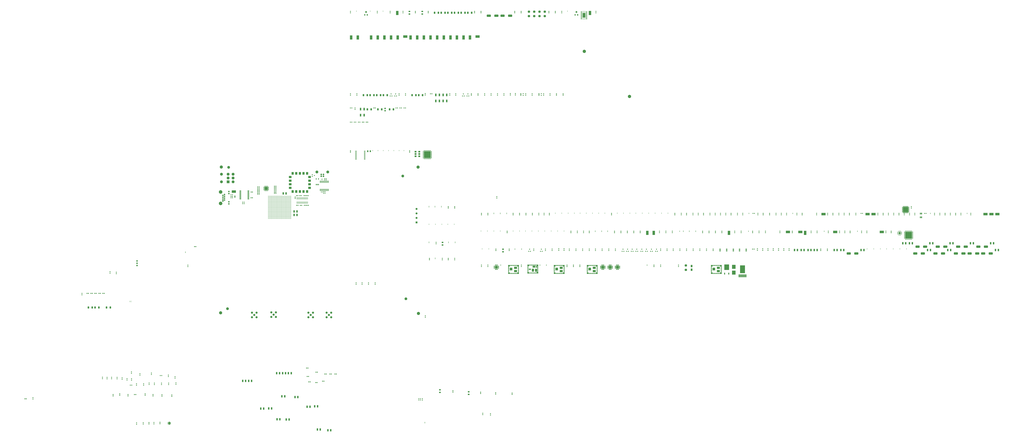
<source format=gbr>
G04*
G04 #@! TF.GenerationSoftware,Altium Limited,Altium Designer,22.11.1 (43)*
G04*
G04 Layer_Color=8388736*
%FSLAX44Y44*%
%MOMM*%
G71*
G04*
G04 #@! TF.SameCoordinates,685F9FB9-B41E-4883-9AF5-229453B53175*
G04*
G04*
G04 #@! TF.FilePolarity,Negative*
G04*
G01*
G75*
G04:AMPARAMS|DCode=79|XSize=3.15mm|YSize=3.15mm|CornerRadius=0.1575mm|HoleSize=0mm|Usage=FLASHONLY|Rotation=0.000|XOffset=0mm|YOffset=0mm|HoleType=Round|Shape=RoundedRectangle|*
%AMROUNDEDRECTD79*
21,1,3.1500,2.8350,0,0,0.0*
21,1,2.8350,3.1500,0,0,0.0*
1,1,0.3150,1.4175,-1.4175*
1,1,0.3150,-1.4175,-1.4175*
1,1,0.3150,-1.4175,1.4175*
1,1,0.3150,1.4175,1.4175*
%
%ADD79ROUNDEDRECTD79*%
%ADD87R,3.1500X3.1500*%
%ADD139R,3.1000X5.1600*%
%ADD162R,1.1176X0.8128*%
G04:AMPARAMS|DCode=163|XSize=0.6096mm|YSize=0.6096mm|CornerRadius=0.2032mm|HoleSize=0mm|Usage=FLASHONLY|Rotation=180.000|XOffset=0mm|YOffset=0mm|HoleType=Round|Shape=RoundedRectangle|*
%AMROUNDEDRECTD163*
21,1,0.6096,0.2032,0,0,180.0*
21,1,0.2032,0.6096,0,0,180.0*
1,1,0.4064,-0.1016,0.1016*
1,1,0.4064,0.1016,0.1016*
1,1,0.4064,0.1016,-0.1016*
1,1,0.4064,-0.1016,-0.1016*
%
%ADD163ROUNDEDRECTD163*%
%ADD164R,0.6500X0.4000*%
%ADD165R,0.6500X0.5000*%
G04:AMPARAMS|DCode=166|XSize=0.9906mm|YSize=0.9652mm|CornerRadius=0.2019mm|HoleSize=0mm|Usage=FLASHONLY|Rotation=180.000|XOffset=0mm|YOffset=0mm|HoleType=Round|Shape=RoundedRectangle|*
%AMROUNDEDRECTD166*
21,1,0.9906,0.5613,0,0,180.0*
21,1,0.5867,0.9652,0,0,180.0*
1,1,0.4039,-0.2934,0.2807*
1,1,0.4039,0.2934,0.2807*
1,1,0.4039,0.2934,-0.2807*
1,1,0.4039,-0.2934,-0.2807*
%
%ADD166ROUNDEDRECTD166*%
G04:AMPARAMS|DCode=167|XSize=0.9906mm|YSize=0.889mm|CornerRadius=0.2043mm|HoleSize=0mm|Usage=FLASHONLY|Rotation=270.000|XOffset=0mm|YOffset=0mm|HoleType=Round|Shape=RoundedRectangle|*
%AMROUNDEDRECTD167*
21,1,0.9906,0.4803,0,0,270.0*
21,1,0.5819,0.8890,0,0,270.0*
1,1,0.4087,-0.2402,-0.2910*
1,1,0.4087,-0.2402,0.2910*
1,1,0.4087,0.2402,0.2910*
1,1,0.4087,0.2402,-0.2910*
%
%ADD167ROUNDEDRECTD167*%
G04:AMPARAMS|DCode=168|XSize=0.9906mm|YSize=0.889mm|CornerRadius=0.2043mm|HoleSize=0mm|Usage=FLASHONLY|Rotation=180.000|XOffset=0mm|YOffset=0mm|HoleType=Round|Shape=RoundedRectangle|*
%AMROUNDEDRECTD168*
21,1,0.9906,0.4803,0,0,180.0*
21,1,0.5819,0.8890,0,0,180.0*
1,1,0.4087,-0.2910,0.2402*
1,1,0.4087,0.2910,0.2402*
1,1,0.4087,0.2910,-0.2402*
1,1,0.4087,-0.2910,-0.2402*
%
%ADD168ROUNDEDRECTD168*%
%ADD169R,0.3516X0.9016*%
%ADD170R,0.9016X0.3516*%
G04:AMPARAMS|DCode=171|XSize=3.5016mm|YSize=3.5016mm|CornerRadius=0mm|HoleSize=0mm|Usage=FLASHONLY|Rotation=270.000|XOffset=0mm|YOffset=0mm|HoleType=Round|Shape=RoundedRectangle|*
%AMROUNDEDRECTD171*
21,1,3.5016,3.5016,0,0,270.0*
21,1,3.5016,3.5016,0,0,270.0*
1,1,0.0000,-1.7508,-1.7508*
1,1,0.0000,-1.7508,1.7508*
1,1,0.0000,1.7508,1.7508*
1,1,0.0000,1.7508,-1.7508*
%
%ADD171ROUNDEDRECTD171*%
%ADD172C,0.5516*%
G04:AMPARAMS|DCode=173|XSize=2.6016mm|YSize=1.6016mm|CornerRadius=0.3508mm|HoleSize=0mm|Usage=FLASHONLY|Rotation=90.000|XOffset=0mm|YOffset=0mm|HoleType=Round|Shape=RoundedRectangle|*
%AMROUNDEDRECTD173*
21,1,2.6016,0.9000,0,0,90.0*
21,1,1.9000,1.6016,0,0,90.0*
1,1,0.7016,0.4500,0.9500*
1,1,0.7016,0.4500,-0.9500*
1,1,0.7016,-0.4500,-0.9500*
1,1,0.7016,-0.4500,0.9500*
%
%ADD173ROUNDEDRECTD173*%
%ADD174C,0.5500*%
%ADD175R,1.8418X0.9020*%
G04:AMPARAMS|DCode=176|XSize=1.8418mm|YSize=0.902mm|CornerRadius=0.2605mm|HoleSize=0mm|Usage=FLASHONLY|Rotation=180.000|XOffset=0mm|YOffset=0mm|HoleType=Round|Shape=RoundedRectangle|*
%AMROUNDEDRECTD176*
21,1,1.8418,0.3810,0,0,180.0*
21,1,1.3208,0.9020,0,0,180.0*
1,1,0.5210,-0.6604,0.1905*
1,1,0.5210,0.6604,0.1905*
1,1,0.5210,0.6604,-0.1905*
1,1,0.5210,-0.6604,-0.1905*
%
%ADD176ROUNDEDRECTD176*%
G04:AMPARAMS|DCode=177|XSize=0.79mm|YSize=0.99mm|CornerRadius=0.2325mm|HoleSize=0mm|Usage=FLASHONLY|Rotation=0.000|XOffset=0mm|YOffset=0mm|HoleType=Round|Shape=RoundedRectangle|*
%AMROUNDEDRECTD177*
21,1,0.7900,0.5250,0,0,0.0*
21,1,0.3250,0.9900,0,0,0.0*
1,1,0.4650,0.1625,-0.2625*
1,1,0.4650,-0.1625,-0.2625*
1,1,0.4650,-0.1625,0.2625*
1,1,0.4650,0.1625,0.2625*
%
%ADD177ROUNDEDRECTD177*%
G04:AMPARAMS|DCode=178|XSize=0.9906mm|YSize=0.9652mm|CornerRadius=0.2019mm|HoleSize=0mm|Usage=FLASHONLY|Rotation=90.000|XOffset=0mm|YOffset=0mm|HoleType=Round|Shape=RoundedRectangle|*
%AMROUNDEDRECTD178*
21,1,0.9906,0.5613,0,0,90.0*
21,1,0.5867,0.9652,0,0,90.0*
1,1,0.4039,0.2807,0.2934*
1,1,0.4039,0.2807,-0.2934*
1,1,0.4039,-0.2807,-0.2934*
1,1,0.4039,-0.2807,0.2934*
%
%ADD178ROUNDEDRECTD178*%
G04:AMPARAMS|DCode=179|XSize=1.905mm|YSize=1.2954mm|CornerRadius=0.2537mm|HoleSize=0mm|Usage=FLASHONLY|Rotation=180.000|XOffset=0mm|YOffset=0mm|HoleType=Round|Shape=RoundedRectangle|*
%AMROUNDEDRECTD179*
21,1,1.9050,0.7879,0,0,180.0*
21,1,1.3975,1.2954,0,0,180.0*
1,1,0.5075,-0.6988,0.3940*
1,1,0.5075,0.6988,0.3940*
1,1,0.5075,0.6988,-0.3940*
1,1,0.5075,-0.6988,-0.3940*
%
%ADD179ROUNDEDRECTD179*%
%ADD180R,2.6700X4.6400*%
%ADD181O,1.7016X0.4016*%
%ADD182R,1.3524X1.3524*%
G04:AMPARAMS|DCode=183|XSize=1.3524mm|YSize=1.3524mm|CornerRadius=0.3762mm|HoleSize=0mm|Usage=FLASHONLY|Rotation=0.000|XOffset=0mm|YOffset=0mm|HoleType=Round|Shape=RoundedRectangle|*
%AMROUNDEDRECTD183*
21,1,1.3524,0.6000,0,0,0.0*
21,1,0.6000,1.3524,0,0,0.0*
1,1,0.7524,0.3000,-0.3000*
1,1,0.7524,-0.3000,-0.3000*
1,1,0.7524,-0.3000,0.3000*
1,1,0.7524,0.3000,0.3000*
%
%ADD183ROUNDEDRECTD183*%
%ADD184R,1.7524X1.6524*%
%ADD185R,0.5588X0.4064*%
G04:AMPARAMS|DCode=186|XSize=2.4632mm|YSize=2.3632mm|CornerRadius=0.6416mm|HoleSize=0mm|Usage=FLASHONLY|Rotation=180.000|XOffset=0mm|YOffset=0mm|HoleType=Round|Shape=RoundedRectangle|*
%AMROUNDEDRECTD186*
21,1,2.4632,1.0800,0,0,180.0*
21,1,1.1800,2.3632,0,0,180.0*
1,1,1.2832,-0.5900,0.5400*
1,1,1.2832,0.5900,0.5400*
1,1,1.2832,0.5900,-0.5400*
1,1,1.2832,-0.5900,-0.5400*
%
%ADD186ROUNDEDRECTD186*%
G04:AMPARAMS|DCode=187|XSize=4.5016mm|YSize=2.6016mm|CornerRadius=0.6758mm|HoleSize=0mm|Usage=FLASHONLY|Rotation=0.000|XOffset=0mm|YOffset=0mm|HoleType=Round|Shape=RoundedRectangle|*
%AMROUNDEDRECTD187*
21,1,4.5016,1.2500,0,0,0.0*
21,1,3.1500,2.6016,0,0,0.0*
1,1,1.3516,1.5750,-0.6250*
1,1,1.3516,-1.5750,-0.6250*
1,1,1.3516,-1.5750,0.6250*
1,1,1.3516,1.5750,0.6250*
%
%ADD187ROUNDEDRECTD187*%
G04:AMPARAMS|DCode=188|XSize=2.32mm|YSize=1.76mm|CornerRadius=0.475mm|HoleSize=0mm|Usage=FLASHONLY|Rotation=90.000|XOffset=0mm|YOffset=0mm|HoleType=Round|Shape=RoundedRectangle|*
%AMROUNDEDRECTD188*
21,1,2.3200,0.8100,0,0,90.0*
21,1,1.3700,1.7600,0,0,90.0*
1,1,0.9500,0.4050,0.6850*
1,1,0.9500,0.4050,-0.6850*
1,1,0.9500,-0.4050,-0.6850*
1,1,0.9500,-0.4050,0.6850*
%
%ADD188ROUNDEDRECTD188*%
%ADD189C,3.0000*%
%ADD190R,4.6400X2.6700*%
%ADD191R,1.1900X0.7400*%
G04:AMPARAMS|DCode=192|XSize=1.1016mm|YSize=0.9016mm|CornerRadius=0.2508mm|HoleSize=0mm|Usage=FLASHONLY|Rotation=180.000|XOffset=0mm|YOffset=0mm|HoleType=Round|Shape=RoundedRectangle|*
%AMROUNDEDRECTD192*
21,1,1.1016,0.4000,0,0,180.0*
21,1,0.6000,0.9016,0,0,180.0*
1,1,0.5016,-0.3000,0.2000*
1,1,0.5016,0.3000,0.2000*
1,1,0.5016,0.3000,-0.2000*
1,1,0.5016,-0.3000,-0.2000*
%
%ADD192ROUNDEDRECTD192*%
%ADD193R,0.8128X1.1176*%
%ADD194R,1.5400X2.8900*%
G04:AMPARAMS|DCode=195|XSize=1.1016mm|YSize=0.9016mm|CornerRadius=0.2508mm|HoleSize=0mm|Usage=FLASHONLY|Rotation=90.000|XOffset=0mm|YOffset=0mm|HoleType=Round|Shape=RoundedRectangle|*
%AMROUNDEDRECTD195*
21,1,1.1016,0.4000,0,0,90.0*
21,1,0.6000,0.9016,0,0,90.0*
1,1,0.5016,0.2000,0.3000*
1,1,0.5016,0.2000,-0.3000*
1,1,0.5016,-0.2000,-0.3000*
1,1,0.5016,-0.2000,0.3000*
%
%ADD195ROUNDEDRECTD195*%
%ADD196O,0.9400X0.3700*%
%ADD197O,0.3700X0.9400*%
%ADD198R,7.5400X7.5400*%
%ADD199R,2.0900X1.6900*%
G04:AMPARAMS|DCode=200|XSize=1.905mm|YSize=1.2954mm|CornerRadius=0.2537mm|HoleSize=0mm|Usage=FLASHONLY|Rotation=90.000|XOffset=0mm|YOffset=0mm|HoleType=Round|Shape=RoundedRectangle|*
%AMROUNDEDRECTD200*
21,1,1.9050,0.7879,0,0,90.0*
21,1,1.3975,1.2954,0,0,90.0*
1,1,0.5075,0.3940,0.6988*
1,1,0.5075,0.3940,-0.6988*
1,1,0.5075,-0.3940,-0.6988*
1,1,0.5075,-0.3940,0.6988*
%
%ADD200ROUNDEDRECTD200*%
%ADD201R,1.5370X0.7750*%
%ADD202R,0.6990X2.4390*%
%ADD203R,0.9400X1.3400*%
G04:AMPARAMS|DCode=204|XSize=0.4mm|YSize=0.55mm|CornerRadius=0.125mm|HoleSize=0mm|Usage=FLASHONLY|Rotation=90.000|XOffset=0mm|YOffset=0mm|HoleType=Round|Shape=RoundedRectangle|*
%AMROUNDEDRECTD204*
21,1,0.4000,0.3000,0,0,90.0*
21,1,0.1500,0.5500,0,0,90.0*
1,1,0.2500,0.1500,0.0750*
1,1,0.2500,0.1500,-0.0750*
1,1,0.2500,-0.1500,-0.0750*
1,1,0.2500,-0.1500,0.0750*
%
%ADD204ROUNDEDRECTD204*%
%ADD205R,2.9400X2.4400*%
%ADD206R,2.4400X2.9400*%
%ADD207O,0.9900X0.4200*%
%ADD208O,0.4200X0.9900*%
%ADD209R,5.7400X5.7400*%
%ADD210R,0.5216X0.6016*%
%ADD211O,0.5400X1.9400*%
%ADD212O,0.9500X0.3500*%
%ADD213O,0.3500X0.9500*%
%ADD214R,2.2500X2.2500*%
G04:AMPARAMS|DCode=215|XSize=1.4986mm|YSize=1.1938mm|CornerRadius=0.2529mm|HoleSize=0mm|Usage=FLASHONLY|Rotation=180.000|XOffset=0mm|YOffset=0mm|HoleType=Round|Shape=RoundedRectangle|*
%AMROUNDEDRECTD215*
21,1,1.4986,0.6881,0,0,180.0*
21,1,0.9929,1.1938,0,0,180.0*
1,1,0.5057,-0.4964,0.3440*
1,1,0.5057,0.4964,0.3440*
1,1,0.5057,0.4964,-0.3440*
1,1,0.5057,-0.4964,-0.3440*
%
%ADD215ROUNDEDRECTD215*%
G04:AMPARAMS|DCode=216|XSize=3.2mm|YSize=1.03mm|CornerRadius=0.2925mm|HoleSize=0mm|Usage=FLASHONLY|Rotation=90.000|XOffset=0mm|YOffset=0mm|HoleType=Round|Shape=RoundedRectangle|*
%AMROUNDEDRECTD216*
21,1,3.2000,0.4450,0,0,90.0*
21,1,2.6150,1.0300,0,0,90.0*
1,1,0.5850,0.2225,1.3075*
1,1,0.5850,0.2225,-1.3075*
1,1,0.5850,-0.2225,-1.3075*
1,1,0.5850,-0.2225,1.3075*
%
%ADD216ROUNDEDRECTD216*%
%ADD217R,5.4900X8.6800*%
%ADD218R,4.0132X4.4450*%
%ADD219R,1.0516X2.1016*%
%ADD220R,5.2516X6.1016*%
%ADD221R,1.0900X0.7400*%
%ADD222R,0.7400X1.0900*%
%ADD223R,1.8400X1.7400*%
G04:AMPARAMS|DCode=224|XSize=1.74mm|YSize=1.84mm|CornerRadius=0.47mm|HoleSize=0mm|Usage=FLASHONLY|Rotation=270.000|XOffset=0mm|YOffset=0mm|HoleType=Round|Shape=RoundedRectangle|*
%AMROUNDEDRECTD224*
21,1,1.7400,0.9000,0,0,270.0*
21,1,0.8000,1.8400,0,0,270.0*
1,1,0.9400,-0.4500,-0.4000*
1,1,0.9400,-0.4500,0.4000*
1,1,0.9400,0.4500,0.4000*
1,1,0.9400,0.4500,-0.4000*
%
%ADD224ROUNDEDRECTD224*%
%ADD225R,3.2400X2.4900*%
%ADD226R,2.9400X2.9400*%
%ADD227R,1.8524X2.6524*%
G04:AMPARAMS|DCode=228|XSize=2.54mm|YSize=1.79mm|CornerRadius=0.1113mm|HoleSize=0mm|Usage=FLASHONLY|Rotation=90.000|XOffset=0mm|YOffset=0mm|HoleType=Round|Shape=RoundedRectangle|*
%AMROUNDEDRECTD228*
21,1,2.5400,1.5675,0,0,90.0*
21,1,2.3175,1.7900,0,0,90.0*
1,1,0.2225,0.7838,1.1588*
1,1,0.2225,0.7838,-1.1588*
1,1,0.2225,-0.7838,-1.1588*
1,1,0.2225,-0.7838,1.1588*
%
%ADD228ROUNDEDRECTD228*%
G04:AMPARAMS|DCode=229|XSize=0.38mm|YSize=0.74mm|CornerRadius=0.1192mm|HoleSize=0mm|Usage=FLASHONLY|Rotation=90.000|XOffset=0mm|YOffset=0mm|HoleType=Round|Shape=RoundedRectangle|*
%AMROUNDEDRECTD229*
21,1,0.3800,0.5016,0,0,90.0*
21,1,0.1416,0.7400,0,0,90.0*
1,1,0.2384,0.2508,0.0708*
1,1,0.2384,0.2508,-0.0708*
1,1,0.2384,-0.2508,-0.0708*
1,1,0.2384,-0.2508,0.0708*
%
%ADD229ROUNDEDRECTD229*%
G04:AMPARAMS|DCode=230|XSize=0.49mm|YSize=1.14mm|CornerRadius=0.1575mm|HoleSize=0mm|Usage=FLASHONLY|Rotation=90.000|XOffset=0mm|YOffset=0mm|HoleType=Round|Shape=RoundedRectangle|*
%AMROUNDEDRECTD230*
21,1,0.4900,0.8250,0,0,90.0*
21,1,0.1750,1.1400,0,0,90.0*
1,1,0.3150,0.4125,0.0875*
1,1,0.3150,0.4125,-0.0875*
1,1,0.3150,-0.4125,-0.0875*
1,1,0.3150,-0.4125,0.0875*
%
%ADD230ROUNDEDRECTD230*%
G04:AMPARAMS|DCode=231|XSize=0.49mm|YSize=1.14mm|CornerRadius=0.1575mm|HoleSize=0mm|Usage=FLASHONLY|Rotation=0.000|XOffset=0mm|YOffset=0mm|HoleType=Round|Shape=RoundedRectangle|*
%AMROUNDEDRECTD231*
21,1,0.4900,0.8250,0,0,0.0*
21,1,0.1750,1.1400,0,0,0.0*
1,1,0.3150,0.0875,-0.4125*
1,1,0.3150,-0.0875,-0.4125*
1,1,0.3150,-0.0875,0.4125*
1,1,0.3150,0.0875,0.4125*
%
%ADD231ROUNDEDRECTD231*%
%ADD232R,2.3900X1.2400*%
%ADD233R,1.3400X1.5000*%
%ADD234R,3.1500X2.1400*%
%ADD235R,2.3000X3.2000*%
%ADD236R,2.3400X3.2400*%
%ADD237R,1.8400X1.7400*%
G04:AMPARAMS|DCode=238|XSize=1.09mm|YSize=0.44mm|CornerRadius=0.145mm|HoleSize=0mm|Usage=FLASHONLY|Rotation=0.000|XOffset=0mm|YOffset=0mm|HoleType=Round|Shape=RoundedRectangle|*
%AMROUNDEDRECTD238*
21,1,1.0900,0.1500,0,0,0.0*
21,1,0.8000,0.4400,0,0,0.0*
1,1,0.2900,0.4000,-0.0750*
1,1,0.2900,-0.4000,-0.0750*
1,1,0.2900,-0.4000,0.0750*
1,1,0.2900,0.4000,0.0750*
%
%ADD238ROUNDEDRECTD238*%
%ADD239C,3.4420*%
%ADD240C,0.7016*%
%ADD241C,3.9116*%
G04:AMPARAMS|DCode=242|XSize=1.6256mm|YSize=1.6256mm|CornerRadius=0mm|HoleSize=0mm|Usage=FLASHONLY|Rotation=270.000|XOffset=0mm|YOffset=0mm|HoleType=Round|Shape=Octagon|*
%AMOCTAGOND242*
4,1,8,-0.4064,-0.8128,0.4064,-0.8128,0.8128,-0.4064,0.8128,0.4064,0.4064,0.8128,-0.4064,0.8128,-0.8128,0.4064,-0.8128,-0.4064,-0.4064,-0.8128,0.0*
%
%ADD242OCTAGOND242*%

%ADD243C,1.6256*%
%ADD244C,2.1450*%
%ADD245R,2.1450X2.1450*%
%ADD246C,3.6016*%
%ADD247C,1.6764*%
%ADD248C,3.1400*%
%ADD249C,1.7400*%
%ADD250C,2.3016*%
%ADD251R,3.1400X3.1400*%
%ADD252C,3.1372*%
%ADD253C,0.6016*%
%ADD254C,0.6096*%
%ADD255C,0.6604*%
%ADD256C,0.3000*%
G36*
X-639623Y-1135300D02*
X-639595D01*
X-639568Y-1135304D01*
X-639541Y-1135306D01*
X-639514Y-1135313D01*
X-639487Y-1135317D01*
X-639460Y-1135326D01*
X-639434Y-1135332D01*
X-639408Y-1135343D01*
X-639382Y-1135351D01*
X-639198Y-1135427D01*
X-639173Y-1135440D01*
X-639148Y-1135451D01*
X-639125Y-1135465D01*
X-639100Y-1135477D01*
X-639077Y-1135494D01*
X-639054Y-1135508D01*
X-639033Y-1135526D01*
X-639011Y-1135542D01*
X-638991Y-1135562D01*
X-638970Y-1135580D01*
X-638830Y-1135720D01*
X-638812Y-1135741D01*
X-638792Y-1135761D01*
X-638776Y-1135783D01*
X-638758Y-1135804D01*
X-638744Y-1135827D01*
X-638727Y-1135850D01*
X-638715Y-1135875D01*
X-638700Y-1135898D01*
X-638690Y-1135923D01*
X-638677Y-1135948D01*
X-638601Y-1136132D01*
X-638593Y-1136158D01*
X-638582Y-1136184D01*
X-638576Y-1136210D01*
X-638567Y-1136237D01*
X-638563Y-1136264D01*
X-638557Y-1136291D01*
X-638554Y-1136319D01*
X-638550Y-1136346D01*
Y-1136373D01*
X-638548Y-1136401D01*
Y-1136500D01*
Y-1169500D01*
Y-1169600D01*
X-638550Y-1169627D01*
Y-1169655D01*
X-638554Y-1169682D01*
X-638557Y-1169709D01*
X-638563Y-1169736D01*
X-638567Y-1169763D01*
X-638576Y-1169790D01*
X-638582Y-1169816D01*
X-638593Y-1169842D01*
X-638601Y-1169868D01*
X-638677Y-1170052D01*
X-638690Y-1170077D01*
X-638700Y-1170102D01*
X-638715Y-1170125D01*
X-638727Y-1170150D01*
X-638744Y-1170173D01*
X-638758Y-1170196D01*
X-638776Y-1170217D01*
X-638792Y-1170239D01*
X-638812Y-1170259D01*
X-638830Y-1170280D01*
X-638970Y-1170420D01*
X-638991Y-1170438D01*
X-639011Y-1170458D01*
X-639033Y-1170474D01*
X-639054Y-1170492D01*
X-639078Y-1170506D01*
X-639100Y-1170523D01*
X-639124Y-1170535D01*
X-639148Y-1170549D01*
X-639174Y-1170560D01*
X-639198Y-1170573D01*
X-639382Y-1170649D01*
X-639408Y-1170657D01*
X-639434Y-1170668D01*
X-639460Y-1170674D01*
X-639487Y-1170683D01*
X-639514Y-1170687D01*
X-639541Y-1170694D01*
X-639568Y-1170696D01*
X-639595Y-1170700D01*
X-639623D01*
X-639651Y-1170702D01*
X-641349D01*
X-641377Y-1170700D01*
X-641404D01*
X-641432Y-1170696D01*
X-641459Y-1170694D01*
X-641486Y-1170687D01*
X-641513Y-1170683D01*
X-641540Y-1170674D01*
X-641566Y-1170668D01*
X-641592Y-1170657D01*
X-641618Y-1170649D01*
X-641802Y-1170573D01*
X-641827Y-1170560D01*
X-641852Y-1170549D01*
X-641875Y-1170535D01*
X-641900Y-1170523D01*
X-641923Y-1170506D01*
X-641946Y-1170492D01*
X-641967Y-1170474D01*
X-641989Y-1170458D01*
X-642009Y-1170438D01*
X-642030Y-1170420D01*
X-642170Y-1170280D01*
X-642188Y-1170259D01*
X-642208Y-1170239D01*
X-642224Y-1170217D01*
X-642242Y-1170196D01*
X-642256Y-1170172D01*
X-642273Y-1170150D01*
X-642285Y-1170126D01*
X-642299Y-1170102D01*
X-642310Y-1170077D01*
X-642323Y-1170052D01*
X-642399Y-1169868D01*
X-642407Y-1169842D01*
X-642418Y-1169816D01*
X-642424Y-1169790D01*
X-642433Y-1169763D01*
X-642437Y-1169736D01*
X-642443Y-1169709D01*
X-642446Y-1169682D01*
X-642450Y-1169654D01*
Y-1169627D01*
X-642452Y-1169600D01*
Y-1169500D01*
Y-1136500D01*
Y-1136401D01*
X-642450Y-1136373D01*
Y-1136346D01*
X-642446Y-1136318D01*
X-642443Y-1136291D01*
X-642437Y-1136264D01*
X-642433Y-1136237D01*
X-642424Y-1136210D01*
X-642418Y-1136184D01*
X-642407Y-1136158D01*
X-642399Y-1136132D01*
X-642323Y-1135948D01*
X-642310Y-1135923D01*
X-642299Y-1135898D01*
X-642285Y-1135875D01*
X-642273Y-1135850D01*
X-642256Y-1135827D01*
X-642242Y-1135804D01*
X-642224Y-1135783D01*
X-642208Y-1135761D01*
X-642188Y-1135741D01*
X-642170Y-1135720D01*
X-642030Y-1135580D01*
X-642009Y-1135562D01*
X-641989Y-1135542D01*
X-641967Y-1135526D01*
X-641946Y-1135508D01*
X-641923Y-1135494D01*
X-641900Y-1135477D01*
X-641875Y-1135465D01*
X-641852Y-1135451D01*
X-641827Y-1135440D01*
X-641802Y-1135427D01*
X-641618Y-1135351D01*
X-641592Y-1135343D01*
X-641566Y-1135332D01*
X-641540Y-1135326D01*
X-641513Y-1135317D01*
X-641486Y-1135313D01*
X-641459Y-1135306D01*
X-641432Y-1135304D01*
X-641405Y-1135300D01*
X-641377D01*
X-641349Y-1135298D01*
X-639651D01*
X-639623Y-1135300D01*
D02*
G37*
G36*
X-634623D02*
X-634595D01*
X-634568Y-1135304D01*
X-634541Y-1135306D01*
X-634514Y-1135313D01*
X-634487Y-1135317D01*
X-634460Y-1135326D01*
X-634434Y-1135332D01*
X-634408Y-1135343D01*
X-634382Y-1135351D01*
X-634198Y-1135427D01*
X-634173Y-1135440D01*
X-634148Y-1135451D01*
X-634125Y-1135465D01*
X-634100Y-1135477D01*
X-634077Y-1135494D01*
X-634054Y-1135508D01*
X-634033Y-1135526D01*
X-634011Y-1135542D01*
X-633991Y-1135562D01*
X-633970Y-1135580D01*
X-633830Y-1135720D01*
X-633812Y-1135741D01*
X-633792Y-1135761D01*
X-633776Y-1135783D01*
X-633758Y-1135804D01*
X-633744Y-1135827D01*
X-633727Y-1135850D01*
X-633715Y-1135875D01*
X-633700Y-1135898D01*
X-633690Y-1135923D01*
X-633677Y-1135948D01*
X-633601Y-1136132D01*
X-633593Y-1136158D01*
X-633582Y-1136184D01*
X-633576Y-1136210D01*
X-633567Y-1136237D01*
X-633563Y-1136264D01*
X-633557Y-1136291D01*
X-633554Y-1136319D01*
X-633550Y-1136346D01*
Y-1136373D01*
X-633548Y-1136401D01*
Y-1136500D01*
Y-1169500D01*
Y-1169600D01*
X-633550Y-1169627D01*
Y-1169655D01*
X-633554Y-1169682D01*
X-633557Y-1169709D01*
X-633563Y-1169736D01*
X-633567Y-1169763D01*
X-633576Y-1169790D01*
X-633582Y-1169816D01*
X-633593Y-1169842D01*
X-633601Y-1169868D01*
X-633677Y-1170052D01*
X-633690Y-1170077D01*
X-633700Y-1170102D01*
X-633715Y-1170125D01*
X-633727Y-1170150D01*
X-633744Y-1170173D01*
X-633758Y-1170196D01*
X-633776Y-1170217D01*
X-633792Y-1170239D01*
X-633812Y-1170259D01*
X-633830Y-1170280D01*
X-633970Y-1170420D01*
X-633991Y-1170438D01*
X-634011Y-1170458D01*
X-634033Y-1170474D01*
X-634054Y-1170492D01*
X-634078Y-1170506D01*
X-634100Y-1170523D01*
X-634124Y-1170535D01*
X-634148Y-1170549D01*
X-634174Y-1170560D01*
X-634198Y-1170573D01*
X-634382Y-1170649D01*
X-634408Y-1170657D01*
X-634434Y-1170668D01*
X-634460Y-1170674D01*
X-634487Y-1170683D01*
X-634514Y-1170687D01*
X-634541Y-1170694D01*
X-634568Y-1170696D01*
X-634595Y-1170700D01*
X-634623D01*
X-634650Y-1170702D01*
X-636349D01*
X-636377Y-1170700D01*
X-636404D01*
X-636432Y-1170696D01*
X-636459Y-1170694D01*
X-636486Y-1170687D01*
X-636513Y-1170683D01*
X-636540Y-1170674D01*
X-636566Y-1170668D01*
X-636592Y-1170657D01*
X-636618Y-1170649D01*
X-636802Y-1170573D01*
X-636827Y-1170560D01*
X-636852Y-1170549D01*
X-636875Y-1170535D01*
X-636900Y-1170523D01*
X-636922Y-1170506D01*
X-636946Y-1170492D01*
X-636967Y-1170474D01*
X-636989Y-1170458D01*
X-637009Y-1170438D01*
X-637030Y-1170420D01*
X-637170Y-1170280D01*
X-637188Y-1170259D01*
X-637208Y-1170239D01*
X-637224Y-1170217D01*
X-637242Y-1170196D01*
X-637256Y-1170172D01*
X-637273Y-1170150D01*
X-637285Y-1170126D01*
X-637299Y-1170102D01*
X-637310Y-1170077D01*
X-637323Y-1170052D01*
X-637399Y-1169868D01*
X-637407Y-1169842D01*
X-637418Y-1169816D01*
X-637424Y-1169790D01*
X-637433Y-1169763D01*
X-637437Y-1169736D01*
X-637444Y-1169709D01*
X-637446Y-1169682D01*
X-637450Y-1169654D01*
Y-1169627D01*
X-637452Y-1169600D01*
Y-1169500D01*
Y-1136500D01*
Y-1136401D01*
X-637450Y-1136373D01*
Y-1136346D01*
X-637446Y-1136318D01*
X-637444Y-1136291D01*
X-637437Y-1136264D01*
X-637433Y-1136237D01*
X-637424Y-1136210D01*
X-637418Y-1136184D01*
X-637407Y-1136158D01*
X-637399Y-1136132D01*
X-637323Y-1135948D01*
X-637310Y-1135923D01*
X-637299Y-1135898D01*
X-637285Y-1135875D01*
X-637273Y-1135850D01*
X-637256Y-1135827D01*
X-637242Y-1135804D01*
X-637224Y-1135783D01*
X-637208Y-1135761D01*
X-637188Y-1135741D01*
X-637170Y-1135720D01*
X-637030Y-1135580D01*
X-637009Y-1135562D01*
X-636989Y-1135542D01*
X-636967Y-1135526D01*
X-636946Y-1135508D01*
X-636922Y-1135494D01*
X-636900Y-1135477D01*
X-636875Y-1135465D01*
X-636852Y-1135451D01*
X-636827Y-1135440D01*
X-636802Y-1135427D01*
X-636618Y-1135351D01*
X-636592Y-1135343D01*
X-636566Y-1135332D01*
X-636540Y-1135326D01*
X-636513Y-1135317D01*
X-636486Y-1135313D01*
X-636459Y-1135306D01*
X-636432Y-1135304D01*
X-636405Y-1135300D01*
X-636377D01*
X-636349Y-1135298D01*
X-634650D01*
X-634623Y-1135300D01*
D02*
G37*
G36*
X3337840Y525582D02*
X3337870Y525580D01*
X3337900Y525579D01*
X3337925Y525575D01*
X3337950Y525573D01*
X3337979Y525566D01*
X3338009Y525561D01*
X3338033Y525553D01*
X3338057Y525548D01*
X3338085Y525536D01*
X3338113Y525527D01*
X3338136Y525515D01*
X3338159Y525505D01*
X3338185Y525490D01*
X3338211Y525476D01*
X3338232Y525461D01*
X3338253Y525448D01*
X3338275Y525428D01*
X3338300Y525410D01*
X3345800Y518911D01*
X3345817Y518893D01*
X3345836Y518876D01*
X3345856Y518854D01*
X3345877Y518832D01*
X3345891Y518812D01*
X3345908Y518793D01*
X3345923Y518767D01*
X3345941Y518742D01*
X3345952Y518720D01*
X3345965Y518699D01*
X3345977Y518671D01*
X3345990Y518644D01*
X3345998Y518620D01*
X3346007Y518597D01*
X3346014Y518568D01*
X3346024Y518539D01*
X3346027Y518514D01*
X3346033Y518490D01*
X3346035Y518460D01*
X3346040Y518430D01*
X3346040Y518405D01*
X3346042Y518380D01*
X3346042Y508880D01*
Y508880D01*
D01*
X3346034Y508770D01*
X3346008Y508663D01*
X3345990Y508621D01*
X3345966Y508561D01*
X3345908Y508467D01*
X3345836Y508383D01*
X3345836D01*
Y508383D01*
X3345753Y508312D01*
X3345659Y508254D01*
X3345599Y508230D01*
X3345557Y508212D01*
X3345450Y508186D01*
X3345340Y508178D01*
X3345340D01*
D01*
X3328340D01*
X3328230Y508186D01*
X3328123Y508212D01*
X3328021Y508254D01*
X3327927Y508312D01*
X3327844Y508383D01*
X3327772Y508467D01*
X3327715Y508561D01*
X3327672Y508663D01*
X3327646Y508770D01*
X3327638Y508880D01*
Y524880D01*
Y524880D01*
D01*
X3327646Y524990D01*
X3327672Y525097D01*
X3327715Y525199D01*
X3327772Y525293D01*
X3327844Y525377D01*
X3327927Y525448D01*
X3328021Y525506D01*
X3328123Y525548D01*
X3328230Y525574D01*
X3328340Y525582D01*
D01*
X3328340D01*
X3337840Y525582D01*
D02*
G37*
D79*
X4324600Y578200D02*
D03*
X4243320D02*
D03*
X4162040D02*
D03*
D87*
X2983481Y578201D02*
D03*
D139*
X3953580Y3373540D02*
D03*
D162*
X945642Y1605534D02*
D03*
X969010Y1596136D02*
D03*
X945642Y1586738D02*
D03*
D163*
X1058926Y1557655D02*
D03*
X1058926Y1548765D02*
D03*
X1046480Y1557655D02*
D03*
X1046480Y1548765D02*
D03*
X2192000Y-1150870D02*
D03*
Y-1141980D02*
D03*
X1056786Y1408430D02*
D03*
Y1417320D02*
D03*
X1044340Y1408684D02*
D03*
Y1417574D02*
D03*
X-459000Y739555D02*
D03*
Y748445D02*
D03*
X3097780Y1170655D02*
D03*
Y1179545D02*
D03*
X3026660Y1170655D02*
D03*
Y1179545D02*
D03*
X2955540Y1170655D02*
D03*
Y1179545D02*
D03*
X2374940Y1245655D02*
D03*
Y1254545D02*
D03*
X2303820Y1245655D02*
D03*
Y1254545D02*
D03*
X2237780Y1245655D02*
D03*
Y1254545D02*
D03*
X5190740Y972535D02*
D03*
Y981425D02*
D03*
X5119620Y972535D02*
D03*
Y981425D02*
D03*
X5053580Y972535D02*
D03*
Y981425D02*
D03*
X4215380Y972535D02*
D03*
Y981425D02*
D03*
X4149340Y972535D02*
D03*
Y981425D02*
D03*
X4078220Y972535D02*
D03*
Y981425D02*
D03*
X3262880Y774415D02*
D03*
Y783305D02*
D03*
X3189220Y774415D02*
D03*
Y783305D02*
D03*
X2527340Y849415D02*
D03*
Y858305D02*
D03*
X2453680Y849415D02*
D03*
Y858305D02*
D03*
X2237780Y849415D02*
D03*
Y858305D02*
D03*
X4652260Y596615D02*
D03*
Y605505D02*
D03*
X3537200Y596615D02*
D03*
Y605505D02*
D03*
X3466080Y596615D02*
D03*
Y605505D02*
D03*
X3031740Y596615D02*
D03*
Y605505D02*
D03*
X2306360Y671615D02*
D03*
Y680505D02*
D03*
D164*
X84851Y1371528D02*
D03*
Y1366528D02*
D03*
X84851Y1356528D02*
D03*
X84851Y1351528D02*
D03*
X92551Y1371528D02*
D03*
Y1366528D02*
D03*
X92551Y1356528D02*
D03*
X92551Y1351528D02*
D03*
D165*
X84851Y1361528D02*
D03*
X92551D02*
D03*
D166*
X61051Y1363946D02*
D03*
X46065D02*
D03*
X-2221507Y-882000D02*
D03*
X-2236493D02*
D03*
X896986Y-541000D02*
D03*
X882000D02*
D03*
X921986Y-694000D02*
D03*
X907000D02*
D03*
X903986Y-634000D02*
D03*
X889000D02*
D03*
X1001493Y-587000D02*
D03*
X986507D02*
D03*
X1074493Y-687000D02*
D03*
X1059507D02*
D03*
X998493Y-702000D02*
D03*
X983507D02*
D03*
X1211213Y-607400D02*
D03*
X1196227D02*
D03*
X1155333D02*
D03*
X1140347D02*
D03*
X1099453D02*
D03*
X1084467D02*
D03*
X267843Y1348232D02*
D03*
X282829D02*
D03*
X267970Y1411969D02*
D03*
X282956D02*
D03*
X1642053Y2344840D02*
D03*
X1627067D02*
D03*
X1558233Y2187360D02*
D03*
X1543247D02*
D03*
X1515053D02*
D03*
X1500067D02*
D03*
X-1358365Y287380D02*
D03*
X-1373351D02*
D03*
X-1401545D02*
D03*
X-1416531D02*
D03*
X-1447265D02*
D03*
X-1462251D02*
D03*
X-1490445D02*
D03*
X-1505431D02*
D03*
X-1533625D02*
D03*
X-1548611D02*
D03*
X-343507Y807000D02*
D03*
X-358493D02*
D03*
X-1008627Y-834887D02*
D03*
X-1023613D02*
D03*
X827987Y1264040D02*
D03*
X813001D02*
D03*
X883744Y1372345D02*
D03*
X898730D02*
D03*
X854637Y1372605D02*
D03*
X869623D02*
D03*
X821623D02*
D03*
X806637D02*
D03*
X785637Y1372345D02*
D03*
X770651Y1372345D02*
D03*
X772144Y1265005D02*
D03*
X787130D02*
D03*
X887144Y1265005D02*
D03*
X902130D02*
D03*
X872623D02*
D03*
X857637D02*
D03*
D167*
X45932Y1348310D02*
D03*
X61934D02*
D03*
X45573Y1381681D02*
D03*
X61575D02*
D03*
X526384Y1477563D02*
D03*
X542386D02*
D03*
X526136Y1409695D02*
D03*
X542138D02*
D03*
X526440Y1398013D02*
D03*
X542442D02*
D03*
X526384Y1464957D02*
D03*
X542386D02*
D03*
X526384Y1437957D02*
D03*
X542386D02*
D03*
X526384Y1451757D02*
D03*
X542386D02*
D03*
X526261Y1423915D02*
D03*
X542263D02*
D03*
X1083183Y1546352D02*
D03*
X1099185Y1546352D02*
D03*
X1082487Y1560259D02*
D03*
X1098489Y1560259D02*
D03*
X341476Y1415729D02*
D03*
X357478D02*
D03*
X341476Y1388088D02*
D03*
X357478D02*
D03*
X341350Y1428458D02*
D03*
X357352D02*
D03*
X341310Y1440939D02*
D03*
X357312D02*
D03*
X341295Y1455619D02*
D03*
X357297D02*
D03*
X341310Y1469774D02*
D03*
X357312D02*
D03*
X341387Y1400979D02*
D03*
X357389D02*
D03*
X1961839Y2344840D02*
D03*
X1977841D02*
D03*
X1916119D02*
D03*
X1932121D02*
D03*
X1872939D02*
D03*
X1888941D02*
D03*
X1367479D02*
D03*
X1383481D02*
D03*
X1456379Y2187360D02*
D03*
X1472381D02*
D03*
X1410659D02*
D03*
X1426661D02*
D03*
X1367479D02*
D03*
X1383481D02*
D03*
X-737683Y-624447D02*
D03*
X-721681D02*
D03*
X-1069661Y-731127D02*
D03*
X-1053659D02*
D03*
X7725279Y1175100D02*
D03*
X7741281D02*
D03*
X7021699D02*
D03*
X7037701D02*
D03*
X5825359D02*
D03*
X5841361D02*
D03*
D168*
X191262Y1283844D02*
D03*
Y1299846D02*
D03*
X174752Y1283843D02*
D03*
Y1299845D02*
D03*
X1069994Y1399413D02*
D03*
Y1415415D02*
D03*
X1086106Y1399286D02*
D03*
Y1415288D02*
D03*
X-1224000Y505999D02*
D03*
Y522001D02*
D03*
X-1294000Y511999D02*
D03*
Y528001D02*
D03*
X2196986Y22990D02*
D03*
Y38992D02*
D03*
X-432000Y584999D02*
D03*
Y601001D02*
D03*
X2163000Y-897001D02*
D03*
Y-880999D02*
D03*
X2833000Y-1058002D02*
D03*
Y-1042000D02*
D03*
X1641245Y388681D02*
D03*
Y404683D02*
D03*
X1567585Y388681D02*
D03*
Y404683D02*
D03*
X1496465Y388681D02*
D03*
Y404683D02*
D03*
X1430425Y388681D02*
D03*
Y404683D02*
D03*
X2918000Y-1063001D02*
D03*
Y-1046999D02*
D03*
X4085660Y3401099D02*
D03*
Y3417101D02*
D03*
X3707200Y3401099D02*
D03*
Y3417101D02*
D03*
X1949520Y3401099D02*
D03*
Y3417101D02*
D03*
X1807280Y3401099D02*
D03*
Y3417101D02*
D03*
X1665040Y3401099D02*
D03*
Y3417101D02*
D03*
X1367860Y3401099D02*
D03*
Y3417101D02*
D03*
X3577660Y2486699D02*
D03*
Y2502701D02*
D03*
X3506540Y2486699D02*
D03*
Y2502701D02*
D03*
X3379540Y2486699D02*
D03*
Y2502701D02*
D03*
X3308420Y2486699D02*
D03*
Y2502701D02*
D03*
X3067120Y2486699D02*
D03*
Y2502701D02*
D03*
X2996000Y2486699D02*
D03*
Y2502701D02*
D03*
X2924880Y2486699D02*
D03*
Y2502701D02*
D03*
X2853760Y2486699D02*
D03*
Y2502701D02*
D03*
X2533720Y2486699D02*
D03*
Y2502701D02*
D03*
X2467680Y2486699D02*
D03*
Y2502701D02*
D03*
X1977460Y2486699D02*
D03*
Y2502701D02*
D03*
X1906340Y2486699D02*
D03*
Y2502701D02*
D03*
X1438980Y2486699D02*
D03*
Y2502701D02*
D03*
X1367860Y2486699D02*
D03*
Y2502701D02*
D03*
X1418660Y2329219D02*
D03*
Y2345221D02*
D03*
X-1604618Y271759D02*
D03*
Y287761D02*
D03*
X-1057094Y-599428D02*
D03*
Y-583426D02*
D03*
X-962600Y-619748D02*
D03*
Y-603746D02*
D03*
X-835600Y-612128D02*
D03*
Y-596126D02*
D03*
X-647640Y-634988D02*
D03*
Y-618986D02*
D03*
X-573980Y-652768D02*
D03*
Y-636766D02*
D03*
X-563820Y-721348D02*
D03*
Y-705346D02*
D03*
X-645100Y-723888D02*
D03*
Y-707886D02*
D03*
X-723840Y-723888D02*
D03*
Y-707886D02*
D03*
X-802580Y-723888D02*
D03*
Y-707886D02*
D03*
X-861000Y-723126D02*
D03*
Y-707124D02*
D03*
X-921960Y-731508D02*
D03*
Y-715506D02*
D03*
X-1000700Y-731508D02*
D03*
Y-715506D02*
D03*
X-1056000Y-676001D02*
D03*
Y-659999D02*
D03*
X-1105680Y-674365D02*
D03*
Y-658363D02*
D03*
X-1160280Y-665348D02*
D03*
Y-649346D02*
D03*
X-1216160Y-660268D02*
D03*
Y-644266D02*
D03*
X-1277120Y-659760D02*
D03*
Y-643758D02*
D03*
X-1327000Y-660268D02*
D03*
Y-644266D02*
D03*
X-1378000Y-659001D02*
D03*
Y-642999D02*
D03*
X-2147200Y-885161D02*
D03*
Y-869159D02*
D03*
X2988560Y1344899D02*
D03*
Y1360901D02*
D03*
X7578160Y1234479D02*
D03*
Y1250481D02*
D03*
X8236200Y1159479D02*
D03*
Y1175481D02*
D03*
X8126980Y1159479D02*
D03*
Y1175481D02*
D03*
X8010140Y1159479D02*
D03*
Y1175481D02*
D03*
X7893300Y1159479D02*
D03*
Y1175481D02*
D03*
X7834880Y1159479D02*
D03*
Y1175481D02*
D03*
X7616440Y1159479D02*
D03*
Y1175481D02*
D03*
X7558020Y1159479D02*
D03*
Y1175481D02*
D03*
X7499600Y1159479D02*
D03*
Y1175481D02*
D03*
X7382760Y1159479D02*
D03*
Y1175481D02*
D03*
X7324340Y1159479D02*
D03*
Y1175481D02*
D03*
X7207500Y1159479D02*
D03*
Y1175481D02*
D03*
X6963660Y1159479D02*
D03*
Y1175481D02*
D03*
X6834120Y1159479D02*
D03*
Y1175481D02*
D03*
X6775700Y1159479D02*
D03*
Y1175481D02*
D03*
X6651240Y1159479D02*
D03*
Y1175481D02*
D03*
X6529320Y1159479D02*
D03*
Y1175481D02*
D03*
X6310880Y1159479D02*
D03*
Y1175481D02*
D03*
X6196580Y1159479D02*
D03*
Y1175481D02*
D03*
X6138160Y1159479D02*
D03*
Y1175481D02*
D03*
X6079740Y1159479D02*
D03*
Y1175481D02*
D03*
X5879080Y1159479D02*
D03*
Y1175481D02*
D03*
X5711440Y1159479D02*
D03*
Y1175481D02*
D03*
X5653020Y1159479D02*
D03*
Y1175481D02*
D03*
X5523480Y1159479D02*
D03*
Y1175481D02*
D03*
X5465060Y1159479D02*
D03*
Y1175481D02*
D03*
X5406640Y1159479D02*
D03*
Y1175481D02*
D03*
X5348220Y1159479D02*
D03*
Y1175481D02*
D03*
X5218680Y1159479D02*
D03*
Y1175481D02*
D03*
X5160260Y1159479D02*
D03*
Y1175481D02*
D03*
X5030720Y1159479D02*
D03*
Y1175481D02*
D03*
X3511800Y1159479D02*
D03*
Y1175481D02*
D03*
X3453380Y1159479D02*
D03*
Y1175481D02*
D03*
X7296400Y961359D02*
D03*
Y977361D02*
D03*
X7085580Y961359D02*
D03*
Y977361D02*
D03*
X7027160Y961359D02*
D03*
Y977361D02*
D03*
X6841740Y961359D02*
D03*
Y977361D02*
D03*
X6783320Y961359D02*
D03*
Y977361D02*
D03*
X6658860Y961359D02*
D03*
Y977361D02*
D03*
X6534400Y961359D02*
D03*
Y977361D02*
D03*
X6468360Y961359D02*
D03*
Y977361D02*
D03*
X6122920Y961359D02*
D03*
Y977361D02*
D03*
X5962900Y961359D02*
D03*
Y977361D02*
D03*
X5891780Y961359D02*
D03*
Y977361D02*
D03*
X5693660Y961359D02*
D03*
Y977361D02*
D03*
X5622540Y961359D02*
D03*
Y977361D02*
D03*
X4931660Y961359D02*
D03*
Y977361D02*
D03*
X4860540Y961359D02*
D03*
Y977361D02*
D03*
X4789420Y961359D02*
D03*
Y977361D02*
D03*
X3948680Y961359D02*
D03*
Y977361D02*
D03*
X3880100Y961359D02*
D03*
Y977361D02*
D03*
X5310120Y763239D02*
D03*
Y779241D02*
D03*
X5236460Y763239D02*
D03*
Y779241D02*
D03*
X5162800Y763239D02*
D03*
Y779241D02*
D03*
X5089140Y763239D02*
D03*
Y779241D02*
D03*
X5015480Y763239D02*
D03*
Y779241D02*
D03*
X4941820Y763239D02*
D03*
Y779241D02*
D03*
X4873240Y763239D02*
D03*
Y779241D02*
D03*
X4802120Y763239D02*
D03*
Y779241D02*
D03*
X4301740Y763239D02*
D03*
Y779241D02*
D03*
X4228080Y763239D02*
D03*
Y779241D02*
D03*
X4154420Y763239D02*
D03*
Y779241D02*
D03*
X4080760Y763239D02*
D03*
Y779241D02*
D03*
X4012180Y763239D02*
D03*
Y779241D02*
D03*
X3938520Y763239D02*
D03*
Y779241D02*
D03*
X3864860Y763239D02*
D03*
Y779241D02*
D03*
X3791200Y763239D02*
D03*
Y779241D02*
D03*
X3600700Y763239D02*
D03*
Y779241D02*
D03*
X3527040Y763239D02*
D03*
Y779241D02*
D03*
X3397500Y763239D02*
D03*
Y779241D02*
D03*
X2316520Y838239D02*
D03*
Y854241D02*
D03*
X5000240Y585439D02*
D03*
Y601441D02*
D03*
X-1000000Y-1165000D02*
D03*
Y-1148998D02*
D03*
X4802120Y585439D02*
D03*
Y601441D02*
D03*
X-926000Y-1163000D02*
D03*
Y-1146998D02*
D03*
X-808000Y-1161001D02*
D03*
Y-1144999D02*
D03*
X3260340Y585439D02*
D03*
Y601441D02*
D03*
X2889500Y585439D02*
D03*
Y601441D02*
D03*
X2818380Y585439D02*
D03*
Y601441D02*
D03*
X2522260Y660439D02*
D03*
Y676441D02*
D03*
X2385100Y660439D02*
D03*
Y676441D02*
D03*
D169*
X452487Y1476139D02*
D03*
X447487D02*
D03*
X442487Y1476139D02*
D03*
X437487Y1476139D02*
D03*
X432487D02*
D03*
X427487Y1476139D02*
D03*
X422487Y1476139D02*
D03*
X417487D02*
D03*
X417487Y1427139D02*
D03*
X422487D02*
D03*
X427487D02*
D03*
X432487D02*
D03*
X437487D02*
D03*
X442487D02*
D03*
X447487D02*
D03*
X452487Y1427139D02*
D03*
D170*
X410487Y1469139D02*
D03*
Y1464139D02*
D03*
Y1459139D02*
D03*
X410487Y1454139D02*
D03*
Y1449139D02*
D03*
X410487Y1444139D02*
D03*
X410487Y1439139D02*
D03*
Y1434139D02*
D03*
X459487D02*
D03*
Y1439139D02*
D03*
Y1444139D02*
D03*
Y1449139D02*
D03*
Y1454139D02*
D03*
X459487Y1459139D02*
D03*
Y1464139D02*
D03*
Y1469139D02*
D03*
D171*
X434987Y1451639D02*
D03*
D172*
X774637Y1286605D02*
D03*
Y1294605D02*
D03*
Y1302605D02*
D03*
Y1334605D02*
D03*
Y1342605D02*
D03*
Y1350605D02*
D03*
X782637Y1286605D02*
D03*
Y1294605D02*
D03*
Y1302605D02*
D03*
Y1334605D02*
D03*
Y1342605D02*
D03*
Y1350605D02*
D03*
X790637Y1286605D02*
D03*
Y1294605D02*
D03*
Y1302605D02*
D03*
Y1334605D02*
D03*
Y1342605D02*
D03*
Y1350605D02*
D03*
X798637Y1286605D02*
D03*
Y1294605D02*
D03*
Y1302605D02*
D03*
Y1334605D02*
D03*
Y1342605D02*
D03*
Y1350605D02*
D03*
X806637Y1286605D02*
D03*
Y1294605D02*
D03*
Y1302605D02*
D03*
X806637Y1334605D02*
D03*
X806637Y1342605D02*
D03*
Y1350605D02*
D03*
X814637Y1286605D02*
D03*
Y1294605D02*
D03*
Y1302605D02*
D03*
Y1334605D02*
D03*
Y1342605D02*
D03*
Y1350605D02*
D03*
X822637Y1286605D02*
D03*
Y1294605D02*
D03*
Y1302605D02*
D03*
Y1334605D02*
D03*
Y1342605D02*
D03*
Y1350605D02*
D03*
X830637Y1286605D02*
D03*
Y1294605D02*
D03*
Y1302605D02*
D03*
Y1334605D02*
D03*
Y1342605D02*
D03*
Y1350605D02*
D03*
X838637Y1286605D02*
D03*
Y1294605D02*
D03*
Y1302605D02*
D03*
Y1334605D02*
D03*
Y1342605D02*
D03*
Y1350605D02*
D03*
X846637Y1286605D02*
D03*
Y1294605D02*
D03*
X846637Y1302605D02*
D03*
Y1334605D02*
D03*
X846637Y1342605D02*
D03*
Y1350605D02*
D03*
X854637Y1286605D02*
D03*
Y1294605D02*
D03*
Y1302605D02*
D03*
Y1334605D02*
D03*
Y1342605D02*
D03*
Y1350605D02*
D03*
X862637Y1286605D02*
D03*
Y1294605D02*
D03*
Y1302605D02*
D03*
Y1334605D02*
D03*
Y1342605D02*
D03*
Y1350605D02*
D03*
X870637Y1286605D02*
D03*
Y1294605D02*
D03*
Y1302605D02*
D03*
Y1334605D02*
D03*
Y1342605D02*
D03*
Y1350605D02*
D03*
X878637Y1286605D02*
D03*
X878637Y1294605D02*
D03*
Y1302605D02*
D03*
X878637Y1334605D02*
D03*
Y1342605D02*
D03*
X878637Y1350605D02*
D03*
X886637Y1286605D02*
D03*
Y1294605D02*
D03*
X886637Y1302605D02*
D03*
X886637Y1334605D02*
D03*
Y1342605D02*
D03*
Y1350605D02*
D03*
X894637Y1286605D02*
D03*
Y1294605D02*
D03*
Y1302605D02*
D03*
Y1334605D02*
D03*
Y1342605D02*
D03*
Y1350605D02*
D03*
D173*
X655610Y1396592D02*
D03*
X623610D02*
D03*
X744000Y1158400D02*
D03*
X776000D02*
D03*
Y1197400D02*
D03*
X744000D02*
D03*
X680540Y-598020D02*
D03*
X712540D02*
D03*
X617040D02*
D03*
X649040D02*
D03*
X551000D02*
D03*
X583000D02*
D03*
X609000Y-854000D02*
D03*
X641000D02*
D03*
X754000Y-863000D02*
D03*
X786000D02*
D03*
X972000Y-965000D02*
D03*
X1004000D02*
D03*
X888000Y-970000D02*
D03*
X920000D02*
D03*
X463000Y-989000D02*
D03*
X495000D02*
D03*
X375000Y-991000D02*
D03*
X407000D02*
D03*
X241580Y-683020D02*
D03*
X273580D02*
D03*
X175540D02*
D03*
X207540D02*
D03*
X657000Y-1112000D02*
D03*
X689000D02*
D03*
X555000Y-1109000D02*
D03*
X587000D02*
D03*
X1118000Y-1231000D02*
D03*
X1150000D02*
D03*
X1002000Y-1223000D02*
D03*
X1034000D02*
D03*
X8456240Y843700D02*
D03*
X8488240D02*
D03*
X8232720D02*
D03*
X8264720D02*
D03*
X8006660D02*
D03*
X8038660D02*
D03*
X7783140D02*
D03*
X7815140D02*
D03*
X7557080D02*
D03*
X7589080D02*
D03*
X7483420D02*
D03*
X7515420D02*
D03*
X8509760Y768700D02*
D03*
X8541760D02*
D03*
X7981440D02*
D03*
X8013440D02*
D03*
X7757920D02*
D03*
X7789920D02*
D03*
X7021320D02*
D03*
X7053320D02*
D03*
X6797800D02*
D03*
X6829800D02*
D03*
X6724140D02*
D03*
X6756140D02*
D03*
X6503160D02*
D03*
X6535160D02*
D03*
X6434580D02*
D03*
X6466580D02*
D03*
X6358380D02*
D03*
X6390380D02*
D03*
X6284720D02*
D03*
X6316720D02*
D03*
D174*
X459000Y1367400D02*
D03*
Y1357400D02*
D03*
Y1337400D02*
D03*
Y1347400D02*
D03*
Y1327400D02*
D03*
Y1317400D02*
D03*
Y1297400D02*
D03*
Y1287400D02*
D03*
Y1277400D02*
D03*
Y1257400D02*
D03*
Y1267400D02*
D03*
Y1307400D02*
D03*
Y1247400D02*
D03*
Y1237400D02*
D03*
Y1227400D02*
D03*
Y1217400D02*
D03*
Y1197400D02*
D03*
Y1207400D02*
D03*
Y1187400D02*
D03*
Y1147400D02*
D03*
Y1137400D02*
D03*
Y1157400D02*
D03*
Y1167400D02*
D03*
Y1177400D02*
D03*
Y1127400D02*
D03*
Y1117400D02*
D03*
X469000Y1367400D02*
D03*
Y1357400D02*
D03*
Y1347400D02*
D03*
Y1337400D02*
D03*
Y1327400D02*
D03*
Y1317400D02*
D03*
Y1307400D02*
D03*
Y1297400D02*
D03*
Y1287400D02*
D03*
Y1277400D02*
D03*
Y1267400D02*
D03*
Y1257400D02*
D03*
Y1247400D02*
D03*
Y1237400D02*
D03*
Y1227400D02*
D03*
Y1217400D02*
D03*
Y1207400D02*
D03*
Y1197400D02*
D03*
Y1187400D02*
D03*
Y1177400D02*
D03*
Y1167400D02*
D03*
Y1157400D02*
D03*
Y1147400D02*
D03*
Y1137400D02*
D03*
Y1127400D02*
D03*
Y1117400D02*
D03*
X479000Y1367400D02*
D03*
Y1357400D02*
D03*
Y1347400D02*
D03*
Y1337400D02*
D03*
Y1327400D02*
D03*
Y1317400D02*
D03*
Y1307400D02*
D03*
Y1297400D02*
D03*
Y1287400D02*
D03*
Y1277400D02*
D03*
Y1267400D02*
D03*
Y1257400D02*
D03*
Y1247400D02*
D03*
Y1237400D02*
D03*
Y1227400D02*
D03*
Y1217400D02*
D03*
Y1207400D02*
D03*
Y1197400D02*
D03*
Y1187400D02*
D03*
Y1177400D02*
D03*
Y1167400D02*
D03*
Y1157400D02*
D03*
Y1147400D02*
D03*
Y1137400D02*
D03*
Y1127400D02*
D03*
Y1117400D02*
D03*
X489000Y1367400D02*
D03*
Y1357400D02*
D03*
Y1347400D02*
D03*
Y1337400D02*
D03*
Y1327400D02*
D03*
Y1317400D02*
D03*
Y1307400D02*
D03*
Y1297400D02*
D03*
Y1287400D02*
D03*
Y1277400D02*
D03*
Y1267400D02*
D03*
Y1257400D02*
D03*
Y1247400D02*
D03*
Y1237400D02*
D03*
Y1227400D02*
D03*
Y1217400D02*
D03*
Y1207400D02*
D03*
Y1197400D02*
D03*
Y1187400D02*
D03*
Y1177400D02*
D03*
Y1167400D02*
D03*
Y1157400D02*
D03*
Y1147400D02*
D03*
Y1137400D02*
D03*
Y1127400D02*
D03*
Y1117400D02*
D03*
X499000Y1367400D02*
D03*
Y1357400D02*
D03*
Y1347400D02*
D03*
Y1337400D02*
D03*
Y1327400D02*
D03*
Y1317400D02*
D03*
Y1307400D02*
D03*
Y1297400D02*
D03*
Y1287400D02*
D03*
Y1277400D02*
D03*
Y1267400D02*
D03*
Y1257400D02*
D03*
Y1247400D02*
D03*
Y1237400D02*
D03*
Y1227400D02*
D03*
Y1217400D02*
D03*
Y1207400D02*
D03*
Y1197400D02*
D03*
Y1187400D02*
D03*
Y1177400D02*
D03*
Y1167400D02*
D03*
Y1157400D02*
D03*
Y1147400D02*
D03*
Y1137400D02*
D03*
Y1127400D02*
D03*
Y1117400D02*
D03*
X509000Y1367400D02*
D03*
Y1357400D02*
D03*
Y1347400D02*
D03*
Y1337400D02*
D03*
Y1327400D02*
D03*
Y1317400D02*
D03*
Y1307400D02*
D03*
Y1297400D02*
D03*
Y1287400D02*
D03*
Y1277400D02*
D03*
Y1267400D02*
D03*
Y1257400D02*
D03*
Y1247400D02*
D03*
Y1237400D02*
D03*
Y1227400D02*
D03*
Y1217400D02*
D03*
Y1207400D02*
D03*
Y1197400D02*
D03*
Y1187400D02*
D03*
Y1177400D02*
D03*
Y1167400D02*
D03*
Y1157400D02*
D03*
Y1147400D02*
D03*
Y1137400D02*
D03*
Y1127400D02*
D03*
Y1117400D02*
D03*
X519000Y1367400D02*
D03*
Y1357400D02*
D03*
Y1347400D02*
D03*
Y1337400D02*
D03*
Y1327400D02*
D03*
Y1317400D02*
D03*
Y1307400D02*
D03*
Y1297400D02*
D03*
Y1287400D02*
D03*
Y1277400D02*
D03*
Y1267400D02*
D03*
Y1257400D02*
D03*
Y1247400D02*
D03*
Y1237400D02*
D03*
Y1227400D02*
D03*
Y1217400D02*
D03*
Y1207400D02*
D03*
Y1197400D02*
D03*
Y1187400D02*
D03*
Y1177400D02*
D03*
Y1167400D02*
D03*
Y1157400D02*
D03*
Y1147400D02*
D03*
Y1137400D02*
D03*
Y1127400D02*
D03*
Y1117400D02*
D03*
X529000Y1367400D02*
D03*
Y1357400D02*
D03*
Y1347400D02*
D03*
Y1337400D02*
D03*
Y1327400D02*
D03*
Y1317400D02*
D03*
Y1307400D02*
D03*
Y1297400D02*
D03*
Y1287400D02*
D03*
Y1277400D02*
D03*
Y1267400D02*
D03*
Y1257400D02*
D03*
Y1247400D02*
D03*
Y1237400D02*
D03*
Y1227400D02*
D03*
Y1217400D02*
D03*
Y1207400D02*
D03*
Y1197400D02*
D03*
Y1187400D02*
D03*
Y1177400D02*
D03*
Y1167400D02*
D03*
Y1157400D02*
D03*
Y1147400D02*
D03*
Y1137400D02*
D03*
Y1127400D02*
D03*
Y1117400D02*
D03*
X539000Y1367400D02*
D03*
Y1357400D02*
D03*
Y1347400D02*
D03*
Y1337400D02*
D03*
Y1327400D02*
D03*
Y1317400D02*
D03*
Y1307400D02*
D03*
Y1297400D02*
D03*
Y1287400D02*
D03*
Y1277400D02*
D03*
Y1267400D02*
D03*
Y1257400D02*
D03*
Y1247400D02*
D03*
Y1237400D02*
D03*
Y1227400D02*
D03*
Y1217400D02*
D03*
Y1207400D02*
D03*
Y1197400D02*
D03*
Y1187400D02*
D03*
Y1177400D02*
D03*
Y1167400D02*
D03*
Y1157400D02*
D03*
Y1147400D02*
D03*
Y1137400D02*
D03*
Y1127400D02*
D03*
Y1117400D02*
D03*
X549000Y1367400D02*
D03*
Y1357400D02*
D03*
Y1347400D02*
D03*
Y1337400D02*
D03*
Y1327400D02*
D03*
Y1317400D02*
D03*
Y1307400D02*
D03*
Y1297400D02*
D03*
Y1287400D02*
D03*
Y1277400D02*
D03*
Y1267400D02*
D03*
Y1257400D02*
D03*
Y1247400D02*
D03*
Y1237400D02*
D03*
Y1227400D02*
D03*
Y1217400D02*
D03*
Y1207400D02*
D03*
Y1197400D02*
D03*
Y1187400D02*
D03*
Y1177400D02*
D03*
Y1167400D02*
D03*
Y1157400D02*
D03*
Y1147400D02*
D03*
Y1137400D02*
D03*
Y1127400D02*
D03*
Y1117400D02*
D03*
X559000Y1367400D02*
D03*
Y1357400D02*
D03*
Y1347400D02*
D03*
Y1337400D02*
D03*
Y1327400D02*
D03*
Y1317400D02*
D03*
Y1307400D02*
D03*
Y1297400D02*
D03*
Y1287400D02*
D03*
Y1277400D02*
D03*
Y1267400D02*
D03*
Y1257400D02*
D03*
Y1247400D02*
D03*
Y1237400D02*
D03*
Y1227400D02*
D03*
Y1217400D02*
D03*
Y1207400D02*
D03*
Y1197400D02*
D03*
Y1187400D02*
D03*
Y1177400D02*
D03*
Y1167400D02*
D03*
Y1157400D02*
D03*
Y1147400D02*
D03*
Y1137400D02*
D03*
Y1127400D02*
D03*
Y1117400D02*
D03*
X569000Y1367400D02*
D03*
Y1357400D02*
D03*
Y1347400D02*
D03*
Y1337400D02*
D03*
Y1327400D02*
D03*
Y1317400D02*
D03*
Y1307400D02*
D03*
Y1297400D02*
D03*
Y1287400D02*
D03*
Y1277400D02*
D03*
Y1267400D02*
D03*
Y1257400D02*
D03*
Y1247400D02*
D03*
Y1237400D02*
D03*
Y1227400D02*
D03*
Y1217400D02*
D03*
Y1207400D02*
D03*
Y1197400D02*
D03*
Y1187400D02*
D03*
Y1177400D02*
D03*
Y1167400D02*
D03*
Y1157400D02*
D03*
Y1147400D02*
D03*
Y1137400D02*
D03*
Y1127400D02*
D03*
Y1117400D02*
D03*
X579000Y1367400D02*
D03*
Y1357400D02*
D03*
Y1347400D02*
D03*
Y1337400D02*
D03*
Y1327400D02*
D03*
Y1317400D02*
D03*
Y1307400D02*
D03*
Y1297400D02*
D03*
Y1287400D02*
D03*
Y1277400D02*
D03*
Y1267400D02*
D03*
Y1257400D02*
D03*
Y1247400D02*
D03*
Y1237400D02*
D03*
Y1227400D02*
D03*
Y1217400D02*
D03*
Y1207400D02*
D03*
Y1197400D02*
D03*
Y1187400D02*
D03*
Y1177400D02*
D03*
Y1167400D02*
D03*
Y1157400D02*
D03*
Y1147400D02*
D03*
Y1137400D02*
D03*
Y1127400D02*
D03*
Y1117400D02*
D03*
X589000Y1367400D02*
D03*
Y1357400D02*
D03*
Y1347400D02*
D03*
Y1337400D02*
D03*
Y1327400D02*
D03*
Y1317400D02*
D03*
Y1307400D02*
D03*
Y1297400D02*
D03*
Y1287400D02*
D03*
Y1277400D02*
D03*
Y1267400D02*
D03*
Y1257400D02*
D03*
Y1247400D02*
D03*
Y1237400D02*
D03*
Y1227400D02*
D03*
Y1217400D02*
D03*
Y1207400D02*
D03*
Y1197400D02*
D03*
Y1187400D02*
D03*
Y1177400D02*
D03*
Y1167400D02*
D03*
Y1157400D02*
D03*
Y1147400D02*
D03*
Y1137400D02*
D03*
Y1127400D02*
D03*
Y1117400D02*
D03*
X599000Y1367400D02*
D03*
Y1357400D02*
D03*
Y1347400D02*
D03*
Y1337400D02*
D03*
Y1327400D02*
D03*
Y1317400D02*
D03*
Y1307400D02*
D03*
Y1297400D02*
D03*
Y1287400D02*
D03*
Y1277400D02*
D03*
Y1267400D02*
D03*
Y1257400D02*
D03*
Y1247400D02*
D03*
Y1237400D02*
D03*
Y1227400D02*
D03*
Y1217400D02*
D03*
Y1207400D02*
D03*
Y1197400D02*
D03*
Y1187400D02*
D03*
Y1177400D02*
D03*
Y1167400D02*
D03*
Y1157400D02*
D03*
Y1147400D02*
D03*
Y1137400D02*
D03*
Y1127400D02*
D03*
Y1117400D02*
D03*
X609000Y1367400D02*
D03*
Y1357400D02*
D03*
Y1347400D02*
D03*
Y1337400D02*
D03*
Y1327400D02*
D03*
Y1317400D02*
D03*
Y1307400D02*
D03*
Y1297400D02*
D03*
Y1287400D02*
D03*
Y1277400D02*
D03*
Y1267400D02*
D03*
Y1257400D02*
D03*
Y1247400D02*
D03*
Y1237400D02*
D03*
Y1227400D02*
D03*
Y1217400D02*
D03*
Y1207400D02*
D03*
Y1197400D02*
D03*
Y1187400D02*
D03*
Y1177400D02*
D03*
Y1167400D02*
D03*
Y1157400D02*
D03*
Y1147400D02*
D03*
Y1137400D02*
D03*
Y1127400D02*
D03*
Y1117400D02*
D03*
X619000Y1367400D02*
D03*
Y1357400D02*
D03*
Y1347400D02*
D03*
Y1337400D02*
D03*
Y1327400D02*
D03*
Y1317400D02*
D03*
Y1307400D02*
D03*
Y1297400D02*
D03*
Y1287400D02*
D03*
Y1277400D02*
D03*
Y1267400D02*
D03*
Y1257400D02*
D03*
Y1247400D02*
D03*
Y1237400D02*
D03*
Y1227400D02*
D03*
Y1217400D02*
D03*
Y1207400D02*
D03*
Y1197400D02*
D03*
Y1187400D02*
D03*
Y1177400D02*
D03*
Y1167400D02*
D03*
Y1157400D02*
D03*
Y1147400D02*
D03*
Y1137400D02*
D03*
Y1127400D02*
D03*
Y1117400D02*
D03*
X629000Y1367400D02*
D03*
Y1357400D02*
D03*
Y1347400D02*
D03*
Y1337400D02*
D03*
Y1327400D02*
D03*
Y1317400D02*
D03*
Y1307400D02*
D03*
Y1297400D02*
D03*
Y1287400D02*
D03*
Y1277400D02*
D03*
Y1267400D02*
D03*
Y1257400D02*
D03*
Y1247400D02*
D03*
Y1237400D02*
D03*
Y1227400D02*
D03*
Y1217400D02*
D03*
Y1207400D02*
D03*
Y1197400D02*
D03*
Y1187400D02*
D03*
Y1177400D02*
D03*
Y1167400D02*
D03*
Y1157400D02*
D03*
Y1147400D02*
D03*
Y1137400D02*
D03*
Y1127400D02*
D03*
Y1117400D02*
D03*
X639000Y1367400D02*
D03*
Y1357400D02*
D03*
Y1347400D02*
D03*
Y1337400D02*
D03*
Y1327400D02*
D03*
Y1317400D02*
D03*
Y1307400D02*
D03*
Y1297400D02*
D03*
Y1287400D02*
D03*
Y1277400D02*
D03*
Y1267400D02*
D03*
Y1257400D02*
D03*
Y1247400D02*
D03*
Y1237400D02*
D03*
Y1227400D02*
D03*
Y1217400D02*
D03*
Y1207400D02*
D03*
Y1197400D02*
D03*
Y1187400D02*
D03*
Y1177400D02*
D03*
Y1167400D02*
D03*
Y1157400D02*
D03*
Y1147400D02*
D03*
Y1137400D02*
D03*
Y1127400D02*
D03*
Y1117400D02*
D03*
X649000Y1367400D02*
D03*
Y1357400D02*
D03*
Y1347400D02*
D03*
Y1337400D02*
D03*
Y1327400D02*
D03*
Y1317400D02*
D03*
Y1307400D02*
D03*
Y1297400D02*
D03*
Y1287400D02*
D03*
Y1277400D02*
D03*
Y1267400D02*
D03*
Y1257400D02*
D03*
Y1247400D02*
D03*
Y1237400D02*
D03*
Y1227400D02*
D03*
Y1217400D02*
D03*
Y1207400D02*
D03*
Y1197400D02*
D03*
Y1187400D02*
D03*
Y1177400D02*
D03*
Y1167400D02*
D03*
Y1157400D02*
D03*
Y1147400D02*
D03*
Y1137400D02*
D03*
Y1127400D02*
D03*
Y1117400D02*
D03*
X659000Y1367400D02*
D03*
Y1357400D02*
D03*
Y1347400D02*
D03*
Y1337400D02*
D03*
Y1327400D02*
D03*
Y1317400D02*
D03*
Y1307400D02*
D03*
Y1297400D02*
D03*
Y1287400D02*
D03*
Y1277400D02*
D03*
Y1267400D02*
D03*
Y1257400D02*
D03*
Y1247400D02*
D03*
Y1237400D02*
D03*
Y1227400D02*
D03*
Y1217400D02*
D03*
Y1207400D02*
D03*
Y1197400D02*
D03*
Y1187400D02*
D03*
Y1177400D02*
D03*
Y1167400D02*
D03*
Y1157400D02*
D03*
Y1147400D02*
D03*
Y1137400D02*
D03*
Y1127400D02*
D03*
Y1117400D02*
D03*
X669000Y1367400D02*
D03*
Y1357400D02*
D03*
Y1347400D02*
D03*
Y1337400D02*
D03*
Y1327400D02*
D03*
Y1317400D02*
D03*
Y1307400D02*
D03*
Y1297400D02*
D03*
Y1287400D02*
D03*
Y1277400D02*
D03*
Y1267400D02*
D03*
Y1257400D02*
D03*
Y1247400D02*
D03*
Y1237400D02*
D03*
Y1227400D02*
D03*
Y1217400D02*
D03*
Y1207400D02*
D03*
Y1197400D02*
D03*
Y1187400D02*
D03*
Y1177400D02*
D03*
Y1167400D02*
D03*
Y1157400D02*
D03*
Y1147400D02*
D03*
Y1137400D02*
D03*
Y1127400D02*
D03*
Y1117400D02*
D03*
X679000Y1367400D02*
D03*
Y1357400D02*
D03*
Y1347400D02*
D03*
Y1337400D02*
D03*
Y1327400D02*
D03*
Y1317400D02*
D03*
Y1307400D02*
D03*
Y1297400D02*
D03*
Y1287400D02*
D03*
Y1277400D02*
D03*
Y1267400D02*
D03*
Y1257400D02*
D03*
Y1247400D02*
D03*
Y1237400D02*
D03*
Y1227400D02*
D03*
Y1217400D02*
D03*
Y1207400D02*
D03*
Y1197400D02*
D03*
Y1187400D02*
D03*
Y1177400D02*
D03*
Y1167400D02*
D03*
Y1157400D02*
D03*
Y1147400D02*
D03*
Y1137400D02*
D03*
Y1127400D02*
D03*
Y1117400D02*
D03*
X689000Y1367400D02*
D03*
Y1357400D02*
D03*
Y1347400D02*
D03*
Y1337400D02*
D03*
Y1327400D02*
D03*
Y1317400D02*
D03*
Y1307400D02*
D03*
Y1297400D02*
D03*
Y1287400D02*
D03*
Y1277400D02*
D03*
Y1267400D02*
D03*
Y1257400D02*
D03*
Y1247400D02*
D03*
Y1237400D02*
D03*
Y1227400D02*
D03*
Y1217400D02*
D03*
Y1207400D02*
D03*
Y1197400D02*
D03*
Y1187400D02*
D03*
Y1177400D02*
D03*
Y1167400D02*
D03*
Y1157400D02*
D03*
Y1147400D02*
D03*
Y1137400D02*
D03*
Y1127400D02*
D03*
Y1117400D02*
D03*
X699000Y1367400D02*
D03*
Y1357400D02*
D03*
Y1347400D02*
D03*
Y1337400D02*
D03*
Y1327400D02*
D03*
Y1317400D02*
D03*
Y1307400D02*
D03*
Y1297400D02*
D03*
Y1287400D02*
D03*
Y1277400D02*
D03*
Y1267400D02*
D03*
Y1257400D02*
D03*
Y1247400D02*
D03*
Y1237400D02*
D03*
Y1227400D02*
D03*
Y1217400D02*
D03*
Y1207400D02*
D03*
Y1197400D02*
D03*
Y1187400D02*
D03*
Y1177400D02*
D03*
Y1167400D02*
D03*
Y1157400D02*
D03*
Y1147400D02*
D03*
Y1137400D02*
D03*
Y1127400D02*
D03*
Y1117400D02*
D03*
X709000Y1367400D02*
D03*
Y1357400D02*
D03*
Y1347400D02*
D03*
Y1337400D02*
D03*
Y1327400D02*
D03*
Y1317400D02*
D03*
Y1307400D02*
D03*
Y1297400D02*
D03*
Y1287400D02*
D03*
Y1277400D02*
D03*
Y1267400D02*
D03*
Y1257400D02*
D03*
Y1247400D02*
D03*
Y1237400D02*
D03*
Y1227400D02*
D03*
Y1217400D02*
D03*
Y1207400D02*
D03*
Y1197400D02*
D03*
Y1187400D02*
D03*
Y1177400D02*
D03*
Y1167400D02*
D03*
Y1157400D02*
D03*
Y1147400D02*
D03*
Y1137400D02*
D03*
Y1127400D02*
D03*
Y1117400D02*
D03*
D175*
X238252Y1373886D02*
D03*
Y1361186D02*
D03*
Y1348486D02*
D03*
Y1424686D02*
D03*
Y1411986D02*
D03*
Y1399286D02*
D03*
Y1386586D02*
D03*
X149352Y1373886D02*
D03*
X149352Y1361186D02*
D03*
X149352Y1348486D02*
D03*
Y1335786D02*
D03*
X149352Y1424686D02*
D03*
X149352Y1411986D02*
D03*
Y1399286D02*
D03*
X149352Y1386586D02*
D03*
D176*
X238252Y1335786D02*
D03*
D177*
X2125110Y-895855D02*
D03*
X2141610D02*
D03*
Y-880355D02*
D03*
X2125110D02*
D03*
D178*
X3158000Y-818507D02*
D03*
Y-833493D02*
D03*
X2976000Y-814507D02*
D03*
Y-829493D02*
D03*
X2809000Y-808507D02*
D03*
Y-823493D02*
D03*
X2503000Y-792507D02*
D03*
Y-807493D02*
D03*
X3636080Y3416593D02*
D03*
Y3401607D02*
D03*
X3564960Y3416593D02*
D03*
Y3401607D02*
D03*
X3257620Y3416593D02*
D03*
Y3401607D02*
D03*
X3186500Y3416593D02*
D03*
Y3401607D02*
D03*
X2813120Y3416593D02*
D03*
Y3401607D02*
D03*
X2742000Y3416593D02*
D03*
Y3401607D02*
D03*
X2228920Y3416593D02*
D03*
Y3401607D02*
D03*
X2086680Y3416593D02*
D03*
Y3401607D02*
D03*
X3722440Y2502193D02*
D03*
Y2487207D02*
D03*
X3648780Y2502193D02*
D03*
Y2487207D02*
D03*
X2780100Y2502193D02*
D03*
Y2487207D02*
D03*
X2706440Y2502193D02*
D03*
Y2487207D02*
D03*
X2023180Y1869733D02*
D03*
Y1854747D02*
D03*
X1367860Y1869733D02*
D03*
Y1854747D02*
D03*
X-609720Y-840094D02*
D03*
Y-855080D02*
D03*
X-718940Y-837554D02*
D03*
Y-852540D02*
D03*
X-818000Y-835014D02*
D03*
Y-850000D02*
D03*
X-905122Y-827394D02*
D03*
Y-842380D02*
D03*
X-1094860Y-835014D02*
D03*
Y-850000D02*
D03*
X-1186300Y-827394D02*
D03*
Y-842380D02*
D03*
X-1259960Y-835014D02*
D03*
Y-850000D02*
D03*
X755637Y1341512D02*
D03*
Y1356498D02*
D03*
X8068560Y1174973D02*
D03*
Y1159987D02*
D03*
X7951720Y1174973D02*
D03*
Y1159987D02*
D03*
X7441180Y1174973D02*
D03*
Y1159987D02*
D03*
X7265920Y1174973D02*
D03*
Y1159987D02*
D03*
X6892540Y1174973D02*
D03*
Y1159987D02*
D03*
X6709660Y1174973D02*
D03*
Y1159987D02*
D03*
X6369300Y1174973D02*
D03*
Y1159987D02*
D03*
X6008620Y1174973D02*
D03*
Y1159987D02*
D03*
X5937500Y1174973D02*
D03*
Y1159987D02*
D03*
X5581900Y1174973D02*
D03*
Y1159987D02*
D03*
X5277100Y1174973D02*
D03*
Y1159987D02*
D03*
X5089140Y1174973D02*
D03*
Y1159987D02*
D03*
X4959600Y1174973D02*
D03*
Y1159987D02*
D03*
X4258560Y1174973D02*
D03*
Y1159987D02*
D03*
X3570220Y1174973D02*
D03*
Y1159987D02*
D03*
X3382260Y1174973D02*
D03*
Y1159987D02*
D03*
X3311140Y1174973D02*
D03*
Y1159987D02*
D03*
X3240020Y1174973D02*
D03*
Y1159987D02*
D03*
X3168900Y1174973D02*
D03*
Y1159987D02*
D03*
X2889500Y1174973D02*
D03*
Y1159987D02*
D03*
X2818380Y1174973D02*
D03*
Y1159987D02*
D03*
X2522260Y1249973D02*
D03*
Y1234987D02*
D03*
X2451140Y1249973D02*
D03*
Y1234987D02*
D03*
X7354820Y976853D02*
D03*
Y961867D02*
D03*
X6900160Y976853D02*
D03*
Y961867D02*
D03*
X6260080Y976853D02*
D03*
Y961867D02*
D03*
X5820660Y976853D02*
D03*
Y961867D02*
D03*
X5480300Y976853D02*
D03*
Y961867D02*
D03*
X5409180Y976853D02*
D03*
Y961867D02*
D03*
X5338060Y976853D02*
D03*
Y961867D02*
D03*
X5266940Y976853D02*
D03*
Y961867D02*
D03*
X4576060Y976853D02*
D03*
Y961867D02*
D03*
X4504940Y976853D02*
D03*
Y961867D02*
D03*
X4433820Y976853D02*
D03*
Y961867D02*
D03*
X4362700Y976853D02*
D03*
Y961867D02*
D03*
X4291580Y976853D02*
D03*
Y961867D02*
D03*
X4012180Y976853D02*
D03*
Y961867D02*
D03*
X3808980Y976853D02*
D03*
Y961867D02*
D03*
X3102860Y976853D02*
D03*
Y961867D02*
D03*
X6648700Y778733D02*
D03*
Y763747D02*
D03*
X6575040Y778733D02*
D03*
Y763747D02*
D03*
X5383780Y778733D02*
D03*
Y763747D02*
D03*
X3125720Y778733D02*
D03*
Y763747D02*
D03*
X2978400Y778733D02*
D03*
Y763747D02*
D03*
X4728460Y600933D02*
D03*
Y585947D02*
D03*
X-741000Y-1143507D02*
D03*
Y-1158493D02*
D03*
X-863000Y-1145507D02*
D03*
Y-1160493D02*
D03*
X3908040Y600933D02*
D03*
Y585947D02*
D03*
X3836920Y600933D02*
D03*
Y585947D02*
D03*
X3765800Y600933D02*
D03*
Y585947D02*
D03*
X2451140Y675933D02*
D03*
Y660947D02*
D03*
X2242860Y675933D02*
D03*
Y660947D02*
D03*
D179*
X2677000Y-833478D02*
D03*
Y-804522D02*
D03*
X2359000Y-811478D02*
D03*
Y-782522D02*
D03*
X2162880Y3415958D02*
D03*
Y3387002D02*
D03*
X2020640Y3415958D02*
D03*
Y3387002D02*
D03*
X3057140Y749142D02*
D03*
Y778098D02*
D03*
X2387640Y824142D02*
D03*
Y853098D02*
D03*
D180*
X4019620Y3398940D02*
D03*
X1886020D02*
D03*
X2691200Y3127160D02*
D03*
X2620080D02*
D03*
X2546420D02*
D03*
X2475300D02*
D03*
X2401640D02*
D03*
X2327980D02*
D03*
X2254320D02*
D03*
X2180660D02*
D03*
X2107000D02*
D03*
X2033340D02*
D03*
X1891100D02*
D03*
X1817440D02*
D03*
X1743780D02*
D03*
X1670120D02*
D03*
X1596460D02*
D03*
X1449140D02*
D03*
X1375480D02*
D03*
X6402320Y959200D02*
D03*
X5559040D02*
D03*
X4725920D02*
D03*
X4654800D02*
D03*
D181*
X3981580Y3331290D02*
D03*
Y3337790D02*
D03*
Y3344290D02*
D03*
Y3350790D02*
D03*
Y3357290D02*
D03*
Y3363790D02*
D03*
Y3370290D02*
D03*
Y3376790D02*
D03*
Y3383290D02*
D03*
Y3389790D02*
D03*
Y3396290D02*
D03*
Y3402790D02*
D03*
Y3409290D02*
D03*
Y3415790D02*
D03*
X3925580Y3331290D02*
D03*
Y3337790D02*
D03*
Y3344290D02*
D03*
Y3350790D02*
D03*
Y3357290D02*
D03*
Y3363790D02*
D03*
Y3370290D02*
D03*
Y3376790D02*
D03*
Y3383290D02*
D03*
Y3389790D02*
D03*
Y3396290D02*
D03*
Y3402790D02*
D03*
Y3409290D02*
D03*
Y3415790D02*
D03*
D182*
X3883760Y3377860D02*
D03*
X1554580D02*
D03*
D183*
X3855760D02*
D03*
X1526580D02*
D03*
D184*
X3869760Y3410360D02*
D03*
X1540580D02*
D03*
D185*
X3770700Y3416466D02*
D03*
Y3422054D02*
D03*
X1728540Y3416466D02*
D03*
Y3422054D02*
D03*
X1586300Y3416466D02*
D03*
Y3422054D02*
D03*
X1433900Y3416466D02*
D03*
Y3422054D02*
D03*
X1959680Y1869606D02*
D03*
Y1875194D02*
D03*
X1906340Y1869606D02*
D03*
Y1875194D02*
D03*
X1847920Y1869606D02*
D03*
Y1875194D02*
D03*
X1789500Y1869606D02*
D03*
Y1875194D02*
D03*
X1731080Y1869606D02*
D03*
Y1875194D02*
D03*
X1672660Y1869606D02*
D03*
Y1875194D02*
D03*
X1614240Y1869606D02*
D03*
Y1875194D02*
D03*
X4883400Y1174846D02*
D03*
Y1180434D02*
D03*
X4812280Y1174846D02*
D03*
Y1180434D02*
D03*
X4741160Y1174846D02*
D03*
Y1180434D02*
D03*
X4670040Y1174846D02*
D03*
Y1180434D02*
D03*
X4598920Y1174846D02*
D03*
Y1180434D02*
D03*
X4527800Y1174846D02*
D03*
Y1180434D02*
D03*
X4461760Y1174846D02*
D03*
Y1180434D02*
D03*
X4390640Y1174846D02*
D03*
Y1180434D02*
D03*
X4322060Y1174846D02*
D03*
Y1180434D02*
D03*
X4184900Y1174846D02*
D03*
Y1180434D02*
D03*
X4116320Y1174846D02*
D03*
Y1180434D02*
D03*
X4047740Y1174846D02*
D03*
Y1180434D02*
D03*
X3979160Y1174846D02*
D03*
Y1180434D02*
D03*
X3910580Y1174846D02*
D03*
Y1180434D02*
D03*
X3847080Y1174846D02*
D03*
Y1180434D02*
D03*
X3778500Y1174846D02*
D03*
Y1180434D02*
D03*
X3707380Y1174846D02*
D03*
Y1180434D02*
D03*
X3636260Y1174846D02*
D03*
Y1180434D02*
D03*
X3732780Y976726D02*
D03*
Y982314D02*
D03*
X3661660Y976726D02*
D03*
Y982314D02*
D03*
X3590540Y976726D02*
D03*
Y982314D02*
D03*
X3519420Y976726D02*
D03*
Y982314D02*
D03*
X3448300Y976726D02*
D03*
Y982314D02*
D03*
X3377180Y976726D02*
D03*
Y982314D02*
D03*
X3306060Y976726D02*
D03*
Y982314D02*
D03*
X3240020Y976726D02*
D03*
Y982314D02*
D03*
X3168900Y976726D02*
D03*
Y982314D02*
D03*
X3026660Y976726D02*
D03*
Y982314D02*
D03*
X2955540Y976726D02*
D03*
Y982314D02*
D03*
X2884420Y976726D02*
D03*
Y982314D02*
D03*
X2813300Y976726D02*
D03*
Y982314D02*
D03*
X2517180Y1051726D02*
D03*
Y1057314D02*
D03*
X2446060Y1051726D02*
D03*
Y1057314D02*
D03*
X2380020Y1051726D02*
D03*
Y1057314D02*
D03*
X2308900Y1051726D02*
D03*
Y1057314D02*
D03*
X2237780Y1051726D02*
D03*
Y1057314D02*
D03*
X7525000Y778606D02*
D03*
Y784194D02*
D03*
X7451340Y778606D02*
D03*
Y784194D02*
D03*
X7377680Y778606D02*
D03*
Y784194D02*
D03*
X7304020Y778606D02*
D03*
Y784194D02*
D03*
X7235440Y778606D02*
D03*
Y784194D02*
D03*
X7161780Y778606D02*
D03*
Y784194D02*
D03*
X7088120Y778606D02*
D03*
Y784194D02*
D03*
X2899660Y778606D02*
D03*
Y784194D02*
D03*
X2826000Y778606D02*
D03*
Y784194D02*
D03*
D186*
X3519240Y3364280D02*
D03*
Y3413280D02*
D03*
X3460820Y3364280D02*
D03*
Y3413280D02*
D03*
X3402400Y3364280D02*
D03*
Y3413280D02*
D03*
X3343980Y3364280D02*
D03*
Y3413280D02*
D03*
X5081520Y548620D02*
D03*
Y597620D02*
D03*
D187*
X3051880Y3368460D02*
D03*
X3135880D02*
D03*
X2899480D02*
D03*
X2983480D02*
D03*
X8319840Y805600D02*
D03*
X8403840D02*
D03*
X8096320D02*
D03*
X8180320D02*
D03*
X7870260D02*
D03*
X7954260D02*
D03*
X7646740D02*
D03*
X7730740D02*
D03*
X8373360Y730600D02*
D03*
X8457360D02*
D03*
X8223500D02*
D03*
X8307500D02*
D03*
X8071100D02*
D03*
X8155100D02*
D03*
X7845040D02*
D03*
X7929040D02*
D03*
X7621520D02*
D03*
X7705520D02*
D03*
X6884920D02*
D03*
X6968920D02*
D03*
D188*
X2667560Y3401480D02*
D03*
X2709760D02*
D03*
X2593900D02*
D03*
X2636100D02*
D03*
X2520240D02*
D03*
X2562440D02*
D03*
X2446580D02*
D03*
X2488780D02*
D03*
X2372920D02*
D03*
X2415120D02*
D03*
X2299260D02*
D03*
X2341460D02*
D03*
X2124000Y2487080D02*
D03*
X2166200D02*
D03*
X2050340D02*
D03*
X2092540D02*
D03*
X1732840D02*
D03*
X1775040D02*
D03*
X1659180D02*
D03*
X1701380D02*
D03*
X1585520D02*
D03*
X1627720D02*
D03*
X1511860D02*
D03*
X1554060D02*
D03*
X1801420Y2329600D02*
D03*
X1843620D02*
D03*
X1671880D02*
D03*
X1714080D02*
D03*
X1555040D02*
D03*
X1597240D02*
D03*
X-1332700Y131140D02*
D03*
X-1290500D02*
D03*
X-1459700D02*
D03*
X-1417500D02*
D03*
X-1533360D02*
D03*
X-1491160D02*
D03*
D189*
X1947418Y1589532D02*
D03*
X1981708Y227838D02*
D03*
X6350Y117602D02*
D03*
X19558Y1686814D02*
D03*
D190*
X2775020Y3137320D02*
D03*
X1974920D02*
D03*
X77263Y1417166D02*
D03*
X8530840Y1167480D02*
D03*
X8464800D02*
D03*
X8398760D02*
D03*
X7159240D02*
D03*
X7093200D02*
D03*
X6605520D02*
D03*
X7250680Y969360D02*
D03*
X6735060D02*
D03*
X6348980D02*
D03*
X6211820D02*
D03*
D191*
X3481440Y2504200D02*
D03*
Y2485200D02*
D03*
X3455440D02*
D03*
Y2494700D02*
D03*
Y2504200D02*
D03*
X3280780D02*
D03*
Y2485200D02*
D03*
X3254780D02*
D03*
Y2494700D02*
D03*
Y2504200D02*
D03*
D192*
X3194120Y2488990D02*
D03*
Y2505490D02*
D03*
X3138240Y2488990D02*
D03*
Y2505490D02*
D03*
X2195900Y2488990D02*
D03*
Y2505490D02*
D03*
X6224520Y765530D02*
D03*
Y782030D02*
D03*
X6166100Y765530D02*
D03*
Y782030D02*
D03*
X6107680Y765530D02*
D03*
Y782030D02*
D03*
X6049260Y765530D02*
D03*
Y782030D02*
D03*
X5990840Y765530D02*
D03*
Y782030D02*
D03*
X5932420Y765530D02*
D03*
Y782030D02*
D03*
X5874000Y765530D02*
D03*
Y782030D02*
D03*
X3732780Y765530D02*
D03*
Y782030D02*
D03*
X3674360Y765530D02*
D03*
Y782030D02*
D03*
D193*
X2677738Y2477936D02*
D03*
X2668340Y2501304D02*
D03*
X2658942Y2477936D02*
D03*
X2626938D02*
D03*
X2617540Y2501304D02*
D03*
X2608142Y2477936D02*
D03*
X1877638D02*
D03*
X1868240Y2501304D02*
D03*
X1858842Y2477936D02*
D03*
X1826838D02*
D03*
X1817440Y2501304D02*
D03*
X1808042Y2477936D02*
D03*
X4765798Y754476D02*
D03*
X4756400Y777844D02*
D03*
X4747002Y754476D02*
D03*
X4709918D02*
D03*
X4700520Y777844D02*
D03*
X4691122Y754476D02*
D03*
X4654038D02*
D03*
X4644640Y777844D02*
D03*
X4635242Y754476D02*
D03*
X4603238D02*
D03*
X4593840Y777844D02*
D03*
X4584442Y754476D02*
D03*
X4547358D02*
D03*
X4537960Y777844D02*
D03*
X4528562Y754476D02*
D03*
X4496558D02*
D03*
X4487160Y777844D02*
D03*
X4477762Y754476D02*
D03*
X4445758D02*
D03*
X4436360Y777844D02*
D03*
X4426962Y754476D02*
D03*
X4394958D02*
D03*
X4385560Y777844D02*
D03*
X4376162Y754476D02*
D03*
X3490718D02*
D03*
X3481320Y777844D02*
D03*
X3471922Y754476D02*
D03*
X3361178D02*
D03*
X3351780Y777844D02*
D03*
X3342382Y754476D02*
D03*
D194*
X2394340Y2490350D02*
D03*
X2434340Y2422850D02*
D03*
Y2490350D02*
D03*
X2394340Y2422850D02*
D03*
X2313060Y2490350D02*
D03*
X2353060Y2422850D02*
D03*
Y2490350D02*
D03*
X2313060Y2422850D02*
D03*
X1479940Y2332870D02*
D03*
X1519940Y2265370D02*
D03*
Y2332870D02*
D03*
X1479940Y2265370D02*
D03*
D195*
X2253690Y2502320D02*
D03*
X2270190D02*
D03*
X5820030Y778860D02*
D03*
X5836530D02*
D03*
D196*
X2174010Y1864180D02*
D03*
Y1859180D02*
D03*
Y1854180D02*
D03*
Y1849180D02*
D03*
Y1844180D02*
D03*
Y1839180D02*
D03*
Y1834180D02*
D03*
Y1829180D02*
D03*
Y1824180D02*
D03*
Y1819180D02*
D03*
Y1814180D02*
D03*
Y1809180D02*
D03*
Y1804180D02*
D03*
Y1799180D02*
D03*
Y1794180D02*
D03*
Y1789180D02*
D03*
X2263510D02*
D03*
Y1794180D02*
D03*
Y1799180D02*
D03*
Y1804180D02*
D03*
Y1809180D02*
D03*
Y1814180D02*
D03*
Y1819180D02*
D03*
Y1824180D02*
D03*
Y1829180D02*
D03*
Y1834180D02*
D03*
Y1839180D02*
D03*
Y1844180D02*
D03*
Y1849180D02*
D03*
Y1854180D02*
D03*
Y1859180D02*
D03*
Y1864180D02*
D03*
X7592610Y971300D02*
D03*
Y966300D02*
D03*
Y961300D02*
D03*
Y956300D02*
D03*
Y951300D02*
D03*
Y946300D02*
D03*
Y941300D02*
D03*
Y936300D02*
D03*
Y931300D02*
D03*
Y926300D02*
D03*
Y921300D02*
D03*
Y916300D02*
D03*
Y911300D02*
D03*
Y906300D02*
D03*
Y901300D02*
D03*
Y896300D02*
D03*
X7503110D02*
D03*
Y901300D02*
D03*
Y906300D02*
D03*
Y911300D02*
D03*
Y916300D02*
D03*
Y921300D02*
D03*
Y926300D02*
D03*
Y931300D02*
D03*
Y936300D02*
D03*
Y941300D02*
D03*
Y946300D02*
D03*
Y951300D02*
D03*
Y956300D02*
D03*
Y961300D02*
D03*
Y966300D02*
D03*
Y971300D02*
D03*
D197*
X2181260Y1781930D02*
D03*
X2186260D02*
D03*
X2191260D02*
D03*
X2196260D02*
D03*
X2201260D02*
D03*
X2206260D02*
D03*
X2211260D02*
D03*
X2216260D02*
D03*
X2221260D02*
D03*
X2226260D02*
D03*
X2231260D02*
D03*
X2236260D02*
D03*
X2241260D02*
D03*
X2246260D02*
D03*
X2251260D02*
D03*
X2256260D02*
D03*
Y1871430D02*
D03*
X2251260D02*
D03*
X2246260D02*
D03*
X2241260D02*
D03*
X2236260D02*
D03*
X2231260D02*
D03*
X2226260D02*
D03*
X2221260D02*
D03*
X2216260D02*
D03*
X2211260D02*
D03*
X2206260D02*
D03*
X2201260D02*
D03*
X2196260D02*
D03*
X2191260D02*
D03*
X2186260D02*
D03*
X2181260D02*
D03*
X7510360Y978550D02*
D03*
X7515360D02*
D03*
X7520360D02*
D03*
X7525360D02*
D03*
X7530360D02*
D03*
X7535360D02*
D03*
X7540360D02*
D03*
X7545360D02*
D03*
X7550360D02*
D03*
X7555360D02*
D03*
X7560360D02*
D03*
X7565360D02*
D03*
X7570360D02*
D03*
X7575360D02*
D03*
X7580360D02*
D03*
X7585360D02*
D03*
Y889050D02*
D03*
X7580360D02*
D03*
X7575360D02*
D03*
X7570360D02*
D03*
X7565360D02*
D03*
X7560360D02*
D03*
X7555360D02*
D03*
X7550360D02*
D03*
X7545360D02*
D03*
X7540360D02*
D03*
X7535360D02*
D03*
X7530360D02*
D03*
X7525360D02*
D03*
X7520360D02*
D03*
X7515360D02*
D03*
X7510360D02*
D03*
D198*
X2218760Y1826680D02*
D03*
X7547860Y933800D02*
D03*
D199*
X2088540Y1859700D02*
D03*
Y1808900D02*
D03*
Y1834300D02*
D03*
X2130540D02*
D03*
Y1808900D02*
D03*
Y1859700D02*
D03*
D200*
X1559122Y1864780D02*
D03*
X1588078D02*
D03*
D201*
X1525340Y1815250D02*
D03*
Y1827950D02*
D03*
Y1840650D02*
D03*
Y1853350D02*
D03*
Y1866050D02*
D03*
Y1802550D02*
D03*
Y1789850D02*
D03*
Y1777150D02*
D03*
X1428820Y1815250D02*
D03*
Y1827950D02*
D03*
Y1840650D02*
D03*
Y1853350D02*
D03*
Y1866050D02*
D03*
Y1802550D02*
D03*
Y1789850D02*
D03*
Y1777150D02*
D03*
D202*
X1084326Y1526286D02*
D03*
X1097026D02*
D03*
X1109726D02*
D03*
X1122426D02*
D03*
X1071626D02*
D03*
X1058926D02*
D03*
X1046226D02*
D03*
X1033526Y1526286D02*
D03*
X1033526Y1435736D02*
D03*
X1046226Y1435736D02*
D03*
X1058926Y1435736D02*
D03*
X1071626Y1435736D02*
D03*
X1122426Y1435736D02*
D03*
X1109726D02*
D03*
X1097026D02*
D03*
X1084326Y1435736D02*
D03*
D203*
X1014222Y1494790D02*
D03*
X1001522Y1494790D02*
D03*
X988822Y1494790D02*
D03*
X1014222Y1557782D02*
D03*
X988822D02*
D03*
D204*
X-1059250Y203000D02*
D03*
Y193000D02*
D03*
X-1072750D02*
D03*
Y198000D02*
D03*
Y203000D02*
D03*
D205*
X700978Y1458666D02*
D03*
Y1498666D02*
D03*
Y1538666D02*
D03*
Y1578666D02*
D03*
X915478Y1578666D02*
D03*
X915478Y1538666D02*
D03*
Y1498666D02*
D03*
Y1458666D02*
D03*
D206*
X888228Y1417666D02*
D03*
X848228D02*
D03*
X808228D02*
D03*
X768228D02*
D03*
X728228D02*
D03*
Y1619666D02*
D03*
X768228D02*
D03*
X808228D02*
D03*
X848228D02*
D03*
X888228D02*
D03*
D207*
X7479910Y1244580D02*
D03*
Y1239580D02*
D03*
Y1234580D02*
D03*
Y1229580D02*
D03*
Y1224580D02*
D03*
Y1219580D02*
D03*
Y1214580D02*
D03*
Y1209580D02*
D03*
Y1204580D02*
D03*
Y1199580D02*
D03*
Y1194580D02*
D03*
Y1189580D02*
D03*
X7549410D02*
D03*
Y1194580D02*
D03*
Y1199580D02*
D03*
Y1204580D02*
D03*
Y1209580D02*
D03*
Y1214580D02*
D03*
Y1219580D02*
D03*
Y1224580D02*
D03*
Y1229580D02*
D03*
Y1234580D02*
D03*
Y1239580D02*
D03*
Y1244580D02*
D03*
D208*
X7487160Y1182330D02*
D03*
X7492160D02*
D03*
X7497160D02*
D03*
X7502160D02*
D03*
X7507160D02*
D03*
X7512160D02*
D03*
X7517160D02*
D03*
X7522160D02*
D03*
X7527160D02*
D03*
X7532160D02*
D03*
X7537160D02*
D03*
X7542160D02*
D03*
Y1251830D02*
D03*
X7537160D02*
D03*
X7532160D02*
D03*
X7527160D02*
D03*
X7522160D02*
D03*
X7517160D02*
D03*
X7512160D02*
D03*
X7507160D02*
D03*
X7502160D02*
D03*
X7497160D02*
D03*
X7492160D02*
D03*
X7487160D02*
D03*
D209*
X7514660Y1217080D02*
D03*
D210*
X8195560Y1178200D02*
D03*
Y1172000D02*
D03*
X7789160Y1178200D02*
D03*
Y1172000D02*
D03*
X6265160Y1178200D02*
D03*
Y1172000D02*
D03*
X5780020Y1178200D02*
D03*
Y1172000D02*
D03*
X6981440Y980080D02*
D03*
Y973880D02*
D03*
X6613140Y980080D02*
D03*
Y973880D02*
D03*
X5774940Y980080D02*
D03*
Y973880D02*
D03*
X5012940Y980080D02*
D03*
Y973880D02*
D03*
D211*
X7694770Y1172990D02*
D03*
X7688270D02*
D03*
X7681770D02*
D03*
X7675270D02*
D03*
X7694770Y1131490D02*
D03*
X7688270D02*
D03*
X7681770D02*
D03*
X7675270D02*
D03*
D212*
X7428300Y969160D02*
D03*
Y964160D02*
D03*
Y959160D02*
D03*
Y954160D02*
D03*
Y949160D02*
D03*
Y944160D02*
D03*
X7469300D02*
D03*
Y949160D02*
D03*
Y954160D02*
D03*
Y959160D02*
D03*
Y964160D02*
D03*
Y969160D02*
D03*
D213*
X7436300Y936160D02*
D03*
X7441300D02*
D03*
X7446300D02*
D03*
X7451300D02*
D03*
X7456300D02*
D03*
X7461300D02*
D03*
Y977160D02*
D03*
X7456300D02*
D03*
X7451300D02*
D03*
X7446300D02*
D03*
X7441300D02*
D03*
X7436300D02*
D03*
D214*
X7448800Y956660D02*
D03*
D215*
X5749540Y777209D02*
D03*
Y760191D02*
D03*
X5675880Y777209D02*
D03*
Y760191D02*
D03*
X5607300Y777209D02*
D03*
Y760191D02*
D03*
X5533640Y777209D02*
D03*
Y760191D02*
D03*
X5459980Y777209D02*
D03*
Y760191D02*
D03*
D216*
X5670800Y482290D02*
D03*
X5683500D02*
D03*
X5696200D02*
D03*
X5708900D02*
D03*
X5721600D02*
D03*
X5734300D02*
D03*
X5747000D02*
D03*
D217*
X5708900Y555340D02*
D03*
D218*
X5612380Y582110D02*
D03*
Y518410D02*
D03*
D219*
X5510840Y507300D02*
D03*
X5556440D02*
D03*
D220*
X5533640Y578300D02*
D03*
D221*
X5364790Y571660D02*
D03*
Y562660D02*
D03*
Y553660D02*
D03*
Y544660D02*
D03*
Y535660D02*
D03*
Y580660D02*
D03*
Y526660D02*
D03*
X5473290Y571660D02*
D03*
Y562660D02*
D03*
Y553660D02*
D03*
Y544660D02*
D03*
Y535660D02*
D03*
Y580660D02*
D03*
Y526660D02*
D03*
X3990650Y571660D02*
D03*
Y562660D02*
D03*
Y553660D02*
D03*
Y544660D02*
D03*
Y535660D02*
D03*
Y580660D02*
D03*
Y526660D02*
D03*
X4099150Y571660D02*
D03*
Y562660D02*
D03*
Y553660D02*
D03*
Y544660D02*
D03*
Y535660D02*
D03*
Y580660D02*
D03*
Y526660D02*
D03*
X3624890Y571660D02*
D03*
Y562660D02*
D03*
Y553660D02*
D03*
Y544660D02*
D03*
Y535660D02*
D03*
Y580660D02*
D03*
Y526660D02*
D03*
X3733390Y571660D02*
D03*
Y562660D02*
D03*
Y553660D02*
D03*
Y544660D02*
D03*
Y535660D02*
D03*
Y580660D02*
D03*
Y526660D02*
D03*
X3441590Y557880D02*
D03*
Y548880D02*
D03*
Y539880D02*
D03*
Y530880D02*
D03*
Y566880D02*
D03*
Y575880D02*
D03*
Y584880D02*
D03*
X3333090D02*
D03*
Y575880D02*
D03*
Y566880D02*
D03*
Y530880D02*
D03*
Y539880D02*
D03*
Y548880D02*
D03*
Y557880D02*
D03*
X3119430Y571660D02*
D03*
Y562660D02*
D03*
Y553660D02*
D03*
Y544660D02*
D03*
Y535660D02*
D03*
Y580660D02*
D03*
Y526660D02*
D03*
X3227930Y571660D02*
D03*
Y562660D02*
D03*
Y553660D02*
D03*
Y544660D02*
D03*
Y535660D02*
D03*
Y580660D02*
D03*
Y526660D02*
D03*
D222*
X5392040Y597410D02*
D03*
X5401040D02*
D03*
X5410040D02*
D03*
X5419040D02*
D03*
X5428040D02*
D03*
X5437040D02*
D03*
X5446040D02*
D03*
X5455040D02*
D03*
X5383040D02*
D03*
X5446040Y508910D02*
D03*
X5437040D02*
D03*
X5428040D02*
D03*
X5419040D02*
D03*
X5410040D02*
D03*
X5401040D02*
D03*
X5392040D02*
D03*
X5383040D02*
D03*
X5455040D02*
D03*
X4017900Y597410D02*
D03*
X4026900D02*
D03*
X4035900D02*
D03*
X4044900D02*
D03*
X4053900D02*
D03*
X4062900D02*
D03*
X4071900D02*
D03*
X4080900D02*
D03*
X4008900D02*
D03*
X4071900Y508910D02*
D03*
X4062900D02*
D03*
X4053900D02*
D03*
X4044900D02*
D03*
X4035900D02*
D03*
X4026900D02*
D03*
X4017900D02*
D03*
X4008900D02*
D03*
X4080900D02*
D03*
X3652140Y597410D02*
D03*
X3661140D02*
D03*
X3670140D02*
D03*
X3679140D02*
D03*
X3688140D02*
D03*
X3697140D02*
D03*
X3706140D02*
D03*
X3715140D02*
D03*
X3643140D02*
D03*
X3706140Y508910D02*
D03*
X3697140D02*
D03*
X3688140D02*
D03*
X3679140D02*
D03*
X3670140D02*
D03*
X3661140D02*
D03*
X3652140D02*
D03*
X3643140D02*
D03*
X3715140D02*
D03*
X3387340Y513630D02*
D03*
X3378340D02*
D03*
X3369340D02*
D03*
X3360340D02*
D03*
X3351340D02*
D03*
X3396340D02*
D03*
X3405340D02*
D03*
X3414340D02*
D03*
X3423340D02*
D03*
Y602130D02*
D03*
X3414340D02*
D03*
X3405340D02*
D03*
X3396340D02*
D03*
X3351340D02*
D03*
X3360340D02*
D03*
X3369340D02*
D03*
X3378340D02*
D03*
X3387340D02*
D03*
X3146680Y597410D02*
D03*
X3155680D02*
D03*
X3164680D02*
D03*
X3173680D02*
D03*
X3182680D02*
D03*
X3191680D02*
D03*
X3200680D02*
D03*
X3209680D02*
D03*
X3137680D02*
D03*
X3200680Y508910D02*
D03*
X3191680D02*
D03*
X3182680D02*
D03*
X3173680D02*
D03*
X3164680D02*
D03*
X3155680D02*
D03*
X3146680D02*
D03*
X3137680D02*
D03*
X3209680D02*
D03*
D223*
X5469540Y594160D02*
D03*
Y512160D02*
D03*
X5368540Y594160D02*
D03*
X4095400D02*
D03*
Y512160D02*
D03*
X3994400Y594160D02*
D03*
X3729640D02*
D03*
Y512160D02*
D03*
X3628640Y594160D02*
D03*
X3224180D02*
D03*
Y512160D02*
D03*
X3123180Y594160D02*
D03*
D224*
X5368540Y512160D02*
D03*
X3994400D02*
D03*
X3628640D02*
D03*
X3123180D02*
D03*
D225*
X5441540Y534760D02*
D03*
Y571460D02*
D03*
X4067400Y534760D02*
D03*
Y571460D02*
D03*
X3701640Y534760D02*
D03*
Y571460D02*
D03*
X3196180Y534760D02*
D03*
Y571460D02*
D03*
D226*
X5391540Y557660D02*
D03*
X4017400D02*
D03*
X3651640D02*
D03*
X3146180D02*
D03*
D227*
X5145020Y550580D02*
D03*
Y590580D02*
D03*
D228*
X-638000Y-1153000D02*
D03*
D229*
X-624000Y-1163000D02*
D03*
Y-1158000D02*
D03*
Y-1153000D02*
D03*
Y-1148000D02*
D03*
Y-1143000D02*
D03*
X-652000Y-1163000D02*
D03*
Y-1158000D02*
D03*
Y-1153000D02*
D03*
Y-1148000D02*
D03*
Y-1143000D02*
D03*
D230*
X4300600Y591200D02*
D03*
Y584700D02*
D03*
Y578200D02*
D03*
Y571700D02*
D03*
Y565200D02*
D03*
X4348600Y584700D02*
D03*
Y591200D02*
D03*
Y565200D02*
D03*
Y571700D02*
D03*
Y578200D02*
D03*
X4219320Y591200D02*
D03*
Y584700D02*
D03*
Y578200D02*
D03*
Y571700D02*
D03*
Y565200D02*
D03*
X4267320Y584700D02*
D03*
Y591200D02*
D03*
Y565200D02*
D03*
Y571700D02*
D03*
Y578200D02*
D03*
X4138040Y591200D02*
D03*
Y584700D02*
D03*
Y578200D02*
D03*
Y571700D02*
D03*
Y565200D02*
D03*
X4186040Y584700D02*
D03*
Y591200D02*
D03*
Y565200D02*
D03*
Y571700D02*
D03*
Y578200D02*
D03*
D231*
X4311600Y602200D02*
D03*
Y554200D02*
D03*
X4318100D02*
D03*
X4324600D02*
D03*
X4331100D02*
D03*
X4337600D02*
D03*
Y602200D02*
D03*
X4331100D02*
D03*
X4324600D02*
D03*
X4318100D02*
D03*
X4230320D02*
D03*
Y554200D02*
D03*
X4236820D02*
D03*
X4243320D02*
D03*
X4249820D02*
D03*
X4256320D02*
D03*
Y602200D02*
D03*
X4249820D02*
D03*
X4243320D02*
D03*
X4236820D02*
D03*
X4149040D02*
D03*
Y554200D02*
D03*
X4155540D02*
D03*
X4162040D02*
D03*
X4168540D02*
D03*
X4175040D02*
D03*
Y602200D02*
D03*
X4168540D02*
D03*
X4162040D02*
D03*
X4155540D02*
D03*
X2970481Y554200D02*
D03*
X2976981D02*
D03*
X2983481D02*
D03*
X2989981D02*
D03*
X2996481D02*
D03*
Y602200D02*
D03*
X2989981D02*
D03*
X2983481D02*
D03*
X2976981D02*
D03*
X2970481D02*
D03*
D232*
X3354340Y555680D02*
D03*
D233*
X3427940Y581180D02*
D03*
D234*
X3400540Y584380D02*
D03*
D235*
X3423240Y544680D02*
D03*
D236*
X3388440Y544880D02*
D03*
D237*
X3437840Y516880D02*
D03*
Y598880D02*
D03*
X3336840D02*
D03*
D238*
X3007480Y578201D02*
D03*
X2959480D02*
D03*
Y584701D02*
D03*
X3007480D02*
D03*
X2959480Y591201D02*
D03*
X3007480D02*
D03*
X2959480Y571701D02*
D03*
X3007480D02*
D03*
X2959480Y565201D02*
D03*
X3007480D02*
D03*
D239*
X-69850Y71628D02*
D03*
X2121154Y65024D02*
D03*
X2116836Y1688592D02*
D03*
X-62213Y1689432D02*
D03*
D240*
X445687Y1462339D02*
D03*
X445687Y1451639D02*
D03*
Y1440939D02*
D03*
X434987Y1462339D02*
D03*
Y1451639D02*
D03*
Y1440939D02*
D03*
X424287Y1462339D02*
D03*
X424287Y1451639D02*
D03*
X424287Y1440939D02*
D03*
D241*
X-69850Y1286002D02*
D03*
Y1413002D02*
D03*
D242*
X-44450Y1313942D02*
D03*
D243*
Y1334262D02*
D03*
Y1354582D02*
D03*
Y1374902D02*
D03*
X-26670Y1324102D02*
D03*
Y1344422D02*
D03*
Y1364742D02*
D03*
Y1385062D02*
D03*
X21590Y1280922D02*
D03*
Y1395222D02*
D03*
Y1418082D02*
D03*
Y1303782D02*
D03*
D244*
X2100000Y1225000D02*
D03*
Y1175000D02*
D03*
Y1125000D02*
D03*
D245*
Y1075000D02*
D03*
D246*
X4457580Y2473300D02*
D03*
X3957580Y2973300D02*
D03*
D247*
X1751400Y2339760D02*
D03*
Y2314360D02*
D03*
X-995000Y597200D02*
D03*
Y622600D02*
D03*
Y648000D02*
D03*
D248*
X996640Y1634754D02*
D03*
X1117040Y1634754D02*
D03*
X13208Y1567942D02*
D03*
Y1609942D02*
D03*
X68208Y1525942D02*
D03*
Y1567942D02*
D03*
Y1609942D02*
D03*
D249*
X1069340Y1607754D02*
D03*
X1044340D02*
D03*
X1069340Y1587754D02*
D03*
X1044340D02*
D03*
D250*
X902800Y73280D02*
D03*
Y22480D02*
D03*
X953600D02*
D03*
Y73280D02*
D03*
X928200Y47880D02*
D03*
X1103600Y73280D02*
D03*
Y22480D02*
D03*
X1154400D02*
D03*
Y73280D02*
D03*
X1129000Y47880D02*
D03*
X492220Y77090D02*
D03*
Y26290D02*
D03*
X543020D02*
D03*
Y77090D02*
D03*
X517620Y51690D02*
D03*
X277800Y73280D02*
D03*
Y22480D02*
D03*
X328600D02*
D03*
Y73280D02*
D03*
X303200Y47880D02*
D03*
D251*
X13208Y1525942D02*
D03*
D252*
X-59792Y1609942D02*
D03*
Y1525942D02*
D03*
D253*
X3964580Y3329540D02*
D03*
X3953580D02*
D03*
X3942580D02*
D03*
X3964580Y3340540D02*
D03*
X3953580D02*
D03*
X3942580D02*
D03*
X3964580Y3351540D02*
D03*
X3953580D02*
D03*
X3942580D02*
D03*
X3964580Y3362540D02*
D03*
X3953580D02*
D03*
X3942580D02*
D03*
X3964580Y3373540D02*
D03*
X3953580D02*
D03*
X3942580D02*
D03*
X3964580Y3384540D02*
D03*
X3953580D02*
D03*
X3942580D02*
D03*
X3964580Y3395540D02*
D03*
X3953580D02*
D03*
X3942580D02*
D03*
X3964580Y3406540D02*
D03*
X3953580D02*
D03*
X3942580D02*
D03*
X3964580Y3417540D02*
D03*
X3953580D02*
D03*
X3942580D02*
D03*
X2196760Y1848680D02*
D03*
X2207760D02*
D03*
X2218760D02*
D03*
X2229760D02*
D03*
X2240760D02*
D03*
X2196760Y1837680D02*
D03*
X2207760D02*
D03*
X2218760D02*
D03*
X2229760D02*
D03*
X2240760D02*
D03*
X2196760Y1826680D02*
D03*
X2207760D02*
D03*
X2218760D02*
D03*
X2229760D02*
D03*
X2240760D02*
D03*
X2196760Y1815680D02*
D03*
X2207760D02*
D03*
X2218760D02*
D03*
X2229760D02*
D03*
X2240760D02*
D03*
X2196760Y1804680D02*
D03*
X2207760D02*
D03*
X2218760D02*
D03*
X2229760D02*
D03*
X2240760D02*
D03*
X7492660Y1239080D02*
D03*
X7503660D02*
D03*
X7514660D02*
D03*
X7525660D02*
D03*
X7536660D02*
D03*
X7492660Y1228080D02*
D03*
X7503660D02*
D03*
X7514660D02*
D03*
X7525660D02*
D03*
X7536660D02*
D03*
X7492660Y1217080D02*
D03*
X7503660D02*
D03*
X7514660D02*
D03*
X7525660D02*
D03*
X7536660D02*
D03*
X7492660Y1206080D02*
D03*
X7503660D02*
D03*
X7514660D02*
D03*
X7525660D02*
D03*
X7536660D02*
D03*
X7492660Y1195080D02*
D03*
X7503660D02*
D03*
X7514660D02*
D03*
X7525660D02*
D03*
X7536660D02*
D03*
X7569860Y911800D02*
D03*
X7558860D02*
D03*
X7547860D02*
D03*
X7536860D02*
D03*
X7525860D02*
D03*
X7569860Y922800D02*
D03*
X7558860D02*
D03*
X7547860D02*
D03*
X7536860D02*
D03*
X7525860D02*
D03*
X7569860Y933800D02*
D03*
X7558860D02*
D03*
X7547860D02*
D03*
X7536860D02*
D03*
X7525860D02*
D03*
X7569860Y944800D02*
D03*
X7558860D02*
D03*
X7547860D02*
D03*
X7536860D02*
D03*
X7525860D02*
D03*
X7569860Y955800D02*
D03*
X7558860D02*
D03*
X7547860D02*
D03*
X7536860D02*
D03*
X7525860D02*
D03*
X7443300Y962160D02*
D03*
X7454300D02*
D03*
X7443300Y951160D02*
D03*
X7454300D02*
D03*
X5402560Y554010D02*
D03*
Y561310D02*
D03*
Y568660D02*
D03*
X5387906Y546656D02*
D03*
X5395206D02*
D03*
X5402557D02*
D03*
X5380540Y554010D02*
D03*
Y546660D02*
D03*
Y561310D02*
D03*
Y568660D02*
D03*
X5387910D02*
D03*
X5395210D02*
D03*
X4028420Y554010D02*
D03*
Y561310D02*
D03*
Y568660D02*
D03*
X4013766Y546656D02*
D03*
X4021067D02*
D03*
X4028416D02*
D03*
X4006400Y554010D02*
D03*
Y546660D02*
D03*
Y561310D02*
D03*
Y568660D02*
D03*
X4013770D02*
D03*
X4021070D02*
D03*
X3662660Y554010D02*
D03*
Y561310D02*
D03*
Y568660D02*
D03*
X3648007Y546656D02*
D03*
X3655306D02*
D03*
X3662657D02*
D03*
X3640640Y554010D02*
D03*
Y546660D02*
D03*
Y561310D02*
D03*
Y568660D02*
D03*
X3648010D02*
D03*
X3655310D02*
D03*
X3157200Y554010D02*
D03*
Y561310D02*
D03*
Y568660D02*
D03*
X3142546Y546656D02*
D03*
X3149846D02*
D03*
X3157196D02*
D03*
X3135180Y554010D02*
D03*
Y546660D02*
D03*
Y561310D02*
D03*
Y568660D02*
D03*
X3142550D02*
D03*
X3149850D02*
D03*
D254*
X5686040Y593440D02*
D03*
X5701280D02*
D03*
X5716520D02*
D03*
X5731760D02*
D03*
X5724140Y585820D02*
D03*
X5693660D02*
D03*
X5731760Y578200D02*
D03*
X5716520D02*
D03*
X5701280D02*
D03*
X5686040D02*
D03*
X5724140Y570580D02*
D03*
X5693660D02*
D03*
X5731760Y562960D02*
D03*
X5716520D02*
D03*
X5701280D02*
D03*
X5686040D02*
D03*
X5724140Y555340D02*
D03*
X5693660D02*
D03*
X5731760Y547720D02*
D03*
X5716520D02*
D03*
X5701280D02*
D03*
X5686040D02*
D03*
X5724140Y540100D02*
D03*
X5708900D02*
D03*
X5693660D02*
D03*
X5731760Y532480D02*
D03*
X5716520D02*
D03*
X5701280D02*
D03*
X5724140Y524860D02*
D03*
X5708900D02*
D03*
X5731760Y517240D02*
D03*
X5716520D02*
D03*
X5701280D02*
D03*
X5686040D02*
D03*
Y532480D02*
D03*
X5693660Y524860D02*
D03*
X5708900Y585820D02*
D03*
Y570580D02*
D03*
Y555340D02*
D03*
D255*
X4334600Y588200D02*
D03*
X4324600D02*
D03*
X4314600D02*
D03*
Y578200D02*
D03*
X4324600D02*
D03*
X4334600D02*
D03*
Y568200D02*
D03*
X4324600D02*
D03*
X4314600D02*
D03*
X4253320Y588200D02*
D03*
X4243320D02*
D03*
X4233320D02*
D03*
Y578200D02*
D03*
X4243320D02*
D03*
X4253320D02*
D03*
Y568200D02*
D03*
X4243320D02*
D03*
X4233320D02*
D03*
X4172040Y588200D02*
D03*
X4162040D02*
D03*
X4152040D02*
D03*
Y578200D02*
D03*
X4162040D02*
D03*
X4172040D02*
D03*
Y568200D02*
D03*
X4162040D02*
D03*
X4152040D02*
D03*
D256*
X3346540Y547080D02*
D03*
X3354340D02*
D03*
X3362140D02*
D03*
Y564280D02*
D03*
X3354340D02*
D03*
X3346540D02*
D03*
X2993481Y578201D02*
D03*
Y588201D02*
D03*
X2983481Y578201D02*
D03*
X2973481D02*
D03*
Y568201D02*
D03*
Y588201D02*
D03*
X2983481D02*
D03*
Y568201D02*
D03*
X2993481D02*
D03*
M02*

</source>
